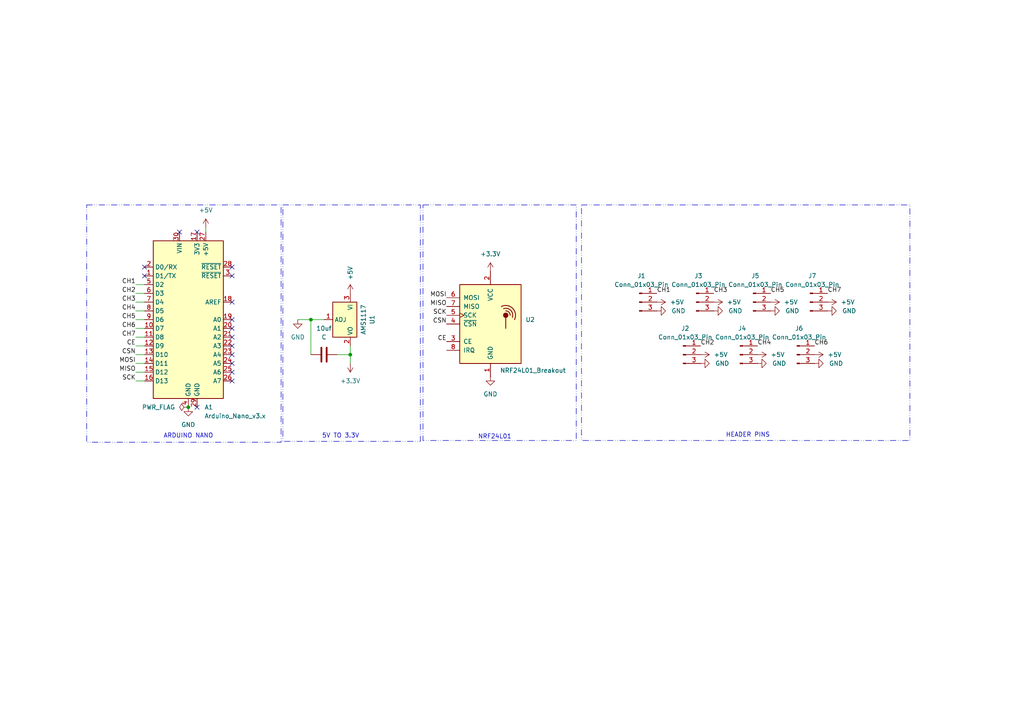
<source format=kicad_sch>
(kicad_sch
	(version 20250114)
	(generator "eeschema")
	(generator_version "9.0")
	(uuid "a161cb58-33d9-4406-9005-25a7fb01c1e4")
	(paper "A4")
	(lib_symbols
		(symbol "Connector:Conn_01x03_Pin"
			(pin_names
				(offset 1.016)
				(hide yes)
			)
			(exclude_from_sim no)
			(in_bom yes)
			(on_board yes)
			(property "Reference" "J"
				(at 0 5.08 0)
				(effects
					(font
						(size 1.27 1.27)
					)
				)
			)
			(property "Value" "Conn_01x03_Pin"
				(at 0 -5.08 0)
				(effects
					(font
						(size 1.27 1.27)
					)
				)
			)
			(property "Footprint" ""
				(at 0 0 0)
				(effects
					(font
						(size 1.27 1.27)
					)
					(hide yes)
				)
			)
			(property "Datasheet" "~"
				(at 0 0 0)
				(effects
					(font
						(size 1.27 1.27)
					)
					(hide yes)
				)
			)
			(property "Description" "Generic connector, single row, 01x03, script generated"
				(at 0 0 0)
				(effects
					(font
						(size 1.27 1.27)
					)
					(hide yes)
				)
			)
			(property "ki_locked" ""
				(at 0 0 0)
				(effects
					(font
						(size 1.27 1.27)
					)
				)
			)
			(property "ki_keywords" "connector"
				(at 0 0 0)
				(effects
					(font
						(size 1.27 1.27)
					)
					(hide yes)
				)
			)
			(property "ki_fp_filters" "Connector*:*_1x??_*"
				(at 0 0 0)
				(effects
					(font
						(size 1.27 1.27)
					)
					(hide yes)
				)
			)
			(symbol "Conn_01x03_Pin_1_1"
				(rectangle
					(start 0.8636 2.667)
					(end 0 2.413)
					(stroke
						(width 0.1524)
						(type default)
					)
					(fill
						(type outline)
					)
				)
				(rectangle
					(start 0.8636 0.127)
					(end 0 -0.127)
					(stroke
						(width 0.1524)
						(type default)
					)
					(fill
						(type outline)
					)
				)
				(rectangle
					(start 0.8636 -2.413)
					(end 0 -2.667)
					(stroke
						(width 0.1524)
						(type default)
					)
					(fill
						(type outline)
					)
				)
				(polyline
					(pts
						(xy 1.27 2.54) (xy 0.8636 2.54)
					)
					(stroke
						(width 0.1524)
						(type default)
					)
					(fill
						(type none)
					)
				)
				(polyline
					(pts
						(xy 1.27 0) (xy 0.8636 0)
					)
					(stroke
						(width 0.1524)
						(type default)
					)
					(fill
						(type none)
					)
				)
				(polyline
					(pts
						(xy 1.27 -2.54) (xy 0.8636 -2.54)
					)
					(stroke
						(width 0.1524)
						(type default)
					)
					(fill
						(type none)
					)
				)
				(pin passive line
					(at 5.08 2.54 180)
					(length 3.81)
					(name "Pin_1"
						(effects
							(font
								(size 1.27 1.27)
							)
						)
					)
					(number "1"
						(effects
							(font
								(size 1.27 1.27)
							)
						)
					)
				)
				(pin passive line
					(at 5.08 0 180)
					(length 3.81)
					(name "Pin_2"
						(effects
							(font
								(size 1.27 1.27)
							)
						)
					)
					(number "2"
						(effects
							(font
								(size 1.27 1.27)
							)
						)
					)
				)
				(pin passive line
					(at 5.08 -2.54 180)
					(length 3.81)
					(name "Pin_3"
						(effects
							(font
								(size 1.27 1.27)
							)
						)
					)
					(number "3"
						(effects
							(font
								(size 1.27 1.27)
							)
						)
					)
				)
			)
			(embedded_fonts no)
		)
		(symbol "Device:C"
			(pin_numbers
				(hide yes)
			)
			(pin_names
				(offset 0.254)
			)
			(exclude_from_sim no)
			(in_bom yes)
			(on_board yes)
			(property "Reference" "C"
				(at 0.635 2.54 0)
				(effects
					(font
						(size 1.27 1.27)
					)
					(justify left)
				)
			)
			(property "Value" "C"
				(at 0.635 -2.54 0)
				(effects
					(font
						(size 1.27 1.27)
					)
					(justify left)
				)
			)
			(property "Footprint" ""
				(at 0.9652 -3.81 0)
				(effects
					(font
						(size 1.27 1.27)
					)
					(hide yes)
				)
			)
			(property "Datasheet" "~"
				(at 0 0 0)
				(effects
					(font
						(size 1.27 1.27)
					)
					(hide yes)
				)
			)
			(property "Description" "Unpolarized capacitor"
				(at 0 0 0)
				(effects
					(font
						(size 1.27 1.27)
					)
					(hide yes)
				)
			)
			(property "ki_keywords" "cap capacitor"
				(at 0 0 0)
				(effects
					(font
						(size 1.27 1.27)
					)
					(hide yes)
				)
			)
			(property "ki_fp_filters" "C_*"
				(at 0 0 0)
				(effects
					(font
						(size 1.27 1.27)
					)
					(hide yes)
				)
			)
			(symbol "C_0_1"
				(polyline
					(pts
						(xy -2.032 0.762) (xy 2.032 0.762)
					)
					(stroke
						(width 0.508)
						(type default)
					)
					(fill
						(type none)
					)
				)
				(polyline
					(pts
						(xy -2.032 -0.762) (xy 2.032 -0.762)
					)
					(stroke
						(width 0.508)
						(type default)
					)
					(fill
						(type none)
					)
				)
			)
			(symbol "C_1_1"
				(pin passive line
					(at 0 3.81 270)
					(length 2.794)
					(name "~"
						(effects
							(font
								(size 1.27 1.27)
							)
						)
					)
					(number "1"
						(effects
							(font
								(size 1.27 1.27)
							)
						)
					)
				)
				(pin passive line
					(at 0 -3.81 90)
					(length 2.794)
					(name "~"
						(effects
							(font
								(size 1.27 1.27)
							)
						)
					)
					(number "2"
						(effects
							(font
								(size 1.27 1.27)
							)
						)
					)
				)
			)
			(embedded_fonts no)
		)
		(symbol "MCU_Module:Arduino_Nano_v3.x"
			(exclude_from_sim no)
			(in_bom yes)
			(on_board yes)
			(property "Reference" "A"
				(at -10.16 23.495 0)
				(effects
					(font
						(size 1.27 1.27)
					)
					(justify left bottom)
				)
			)
			(property "Value" "Arduino_Nano_v3.x"
				(at 5.08 -24.13 0)
				(effects
					(font
						(size 1.27 1.27)
					)
					(justify left top)
				)
			)
			(property "Footprint" "Module:Arduino_Nano"
				(at 0 0 0)
				(effects
					(font
						(size 1.27 1.27)
						(italic yes)
					)
					(hide yes)
				)
			)
			(property "Datasheet" "http://www.mouser.com/pdfdocs/Gravitech_Arduino_Nano3_0.pdf"
				(at 0 0 0)
				(effects
					(font
						(size 1.27 1.27)
					)
					(hide yes)
				)
			)
			(property "Description" "Arduino Nano v3.x"
				(at 0 0 0)
				(effects
					(font
						(size 1.27 1.27)
					)
					(hide yes)
				)
			)
			(property "ki_keywords" "Arduino nano microcontroller module USB"
				(at 0 0 0)
				(effects
					(font
						(size 1.27 1.27)
					)
					(hide yes)
				)
			)
			(property "ki_fp_filters" "Arduino*Nano*"
				(at 0 0 0)
				(effects
					(font
						(size 1.27 1.27)
					)
					(hide yes)
				)
			)
			(symbol "Arduino_Nano_v3.x_0_1"
				(rectangle
					(start -10.16 22.86)
					(end 10.16 -22.86)
					(stroke
						(width 0.254)
						(type default)
					)
					(fill
						(type background)
					)
				)
			)
			(symbol "Arduino_Nano_v3.x_1_1"
				(pin bidirectional line
					(at -12.7 15.24 0)
					(length 2.54)
					(name "D0/RX"
						(effects
							(font
								(size 1.27 1.27)
							)
						)
					)
					(number "2"
						(effects
							(font
								(size 1.27 1.27)
							)
						)
					)
				)
				(pin bidirectional line
					(at -12.7 12.7 0)
					(length 2.54)
					(name "D1/TX"
						(effects
							(font
								(size 1.27 1.27)
							)
						)
					)
					(number "1"
						(effects
							(font
								(size 1.27 1.27)
							)
						)
					)
				)
				(pin bidirectional line
					(at -12.7 10.16 0)
					(length 2.54)
					(name "D2"
						(effects
							(font
								(size 1.27 1.27)
							)
						)
					)
					(number "5"
						(effects
							(font
								(size 1.27 1.27)
							)
						)
					)
				)
				(pin bidirectional line
					(at -12.7 7.62 0)
					(length 2.54)
					(name "D3"
						(effects
							(font
								(size 1.27 1.27)
							)
						)
					)
					(number "6"
						(effects
							(font
								(size 1.27 1.27)
							)
						)
					)
				)
				(pin bidirectional line
					(at -12.7 5.08 0)
					(length 2.54)
					(name "D4"
						(effects
							(font
								(size 1.27 1.27)
							)
						)
					)
					(number "7"
						(effects
							(font
								(size 1.27 1.27)
							)
						)
					)
				)
				(pin bidirectional line
					(at -12.7 2.54 0)
					(length 2.54)
					(name "D5"
						(effects
							(font
								(size 1.27 1.27)
							)
						)
					)
					(number "8"
						(effects
							(font
								(size 1.27 1.27)
							)
						)
					)
				)
				(pin bidirectional line
					(at -12.7 0 0)
					(length 2.54)
					(name "D6"
						(effects
							(font
								(size 1.27 1.27)
							)
						)
					)
					(number "9"
						(effects
							(font
								(size 1.27 1.27)
							)
						)
					)
				)
				(pin bidirectional line
					(at -12.7 -2.54 0)
					(length 2.54)
					(name "D7"
						(effects
							(font
								(size 1.27 1.27)
							)
						)
					)
					(number "10"
						(effects
							(font
								(size 1.27 1.27)
							)
						)
					)
				)
				(pin bidirectional line
					(at -12.7 -5.08 0)
					(length 2.54)
					(name "D8"
						(effects
							(font
								(size 1.27 1.27)
							)
						)
					)
					(number "11"
						(effects
							(font
								(size 1.27 1.27)
							)
						)
					)
				)
				(pin bidirectional line
					(at -12.7 -7.62 0)
					(length 2.54)
					(name "D9"
						(effects
							(font
								(size 1.27 1.27)
							)
						)
					)
					(number "12"
						(effects
							(font
								(size 1.27 1.27)
							)
						)
					)
				)
				(pin bidirectional line
					(at -12.7 -10.16 0)
					(length 2.54)
					(name "D10"
						(effects
							(font
								(size 1.27 1.27)
							)
						)
					)
					(number "13"
						(effects
							(font
								(size 1.27 1.27)
							)
						)
					)
				)
				(pin bidirectional line
					(at -12.7 -12.7 0)
					(length 2.54)
					(name "D11"
						(effects
							(font
								(size 1.27 1.27)
							)
						)
					)
					(number "14"
						(effects
							(font
								(size 1.27 1.27)
							)
						)
					)
				)
				(pin bidirectional line
					(at -12.7 -15.24 0)
					(length 2.54)
					(name "D12"
						(effects
							(font
								(size 1.27 1.27)
							)
						)
					)
					(number "15"
						(effects
							(font
								(size 1.27 1.27)
							)
						)
					)
				)
				(pin bidirectional line
					(at -12.7 -17.78 0)
					(length 2.54)
					(name "D13"
						(effects
							(font
								(size 1.27 1.27)
							)
						)
					)
					(number "16"
						(effects
							(font
								(size 1.27 1.27)
							)
						)
					)
				)
				(pin power_in line
					(at -2.54 25.4 270)
					(length 2.54)
					(name "VIN"
						(effects
							(font
								(size 1.27 1.27)
							)
						)
					)
					(number "30"
						(effects
							(font
								(size 1.27 1.27)
							)
						)
					)
				)
				(pin power_in line
					(at 0 -25.4 90)
					(length 2.54)
					(name "GND"
						(effects
							(font
								(size 1.27 1.27)
							)
						)
					)
					(number "4"
						(effects
							(font
								(size 1.27 1.27)
							)
						)
					)
				)
				(pin power_out line
					(at 2.54 25.4 270)
					(length 2.54)
					(name "3V3"
						(effects
							(font
								(size 1.27 1.27)
							)
						)
					)
					(number "17"
						(effects
							(font
								(size 1.27 1.27)
							)
						)
					)
				)
				(pin power_in line
					(at 2.54 -25.4 90)
					(length 2.54)
					(name "GND"
						(effects
							(font
								(size 1.27 1.27)
							)
						)
					)
					(number "29"
						(effects
							(font
								(size 1.27 1.27)
							)
						)
					)
				)
				(pin power_out line
					(at 5.08 25.4 270)
					(length 2.54)
					(name "+5V"
						(effects
							(font
								(size 1.27 1.27)
							)
						)
					)
					(number "27"
						(effects
							(font
								(size 1.27 1.27)
							)
						)
					)
				)
				(pin input line
					(at 12.7 15.24 180)
					(length 2.54)
					(name "~{RESET}"
						(effects
							(font
								(size 1.27 1.27)
							)
						)
					)
					(number "28"
						(effects
							(font
								(size 1.27 1.27)
							)
						)
					)
				)
				(pin input line
					(at 12.7 12.7 180)
					(length 2.54)
					(name "~{RESET}"
						(effects
							(font
								(size 1.27 1.27)
							)
						)
					)
					(number "3"
						(effects
							(font
								(size 1.27 1.27)
							)
						)
					)
				)
				(pin input line
					(at 12.7 5.08 180)
					(length 2.54)
					(name "AREF"
						(effects
							(font
								(size 1.27 1.27)
							)
						)
					)
					(number "18"
						(effects
							(font
								(size 1.27 1.27)
							)
						)
					)
				)
				(pin bidirectional line
					(at 12.7 0 180)
					(length 2.54)
					(name "A0"
						(effects
							(font
								(size 1.27 1.27)
							)
						)
					)
					(number "19"
						(effects
							(font
								(size 1.27 1.27)
							)
						)
					)
				)
				(pin bidirectional line
					(at 12.7 -2.54 180)
					(length 2.54)
					(name "A1"
						(effects
							(font
								(size 1.27 1.27)
							)
						)
					)
					(number "20"
						(effects
							(font
								(size 1.27 1.27)
							)
						)
					)
				)
				(pin bidirectional line
					(at 12.7 -5.08 180)
					(length 2.54)
					(name "A2"
						(effects
							(font
								(size 1.27 1.27)
							)
						)
					)
					(number "21"
						(effects
							(font
								(size 1.27 1.27)
							)
						)
					)
				)
				(pin bidirectional line
					(at 12.7 -7.62 180)
					(length 2.54)
					(name "A3"
						(effects
							(font
								(size 1.27 1.27)
							)
						)
					)
					(number "22"
						(effects
							(font
								(size 1.27 1.27)
							)
						)
					)
				)
				(pin bidirectional line
					(at 12.7 -10.16 180)
					(length 2.54)
					(name "A4"
						(effects
							(font
								(size 1.27 1.27)
							)
						)
					)
					(number "23"
						(effects
							(font
								(size 1.27 1.27)
							)
						)
					)
				)
				(pin bidirectional line
					(at 12.7 -12.7 180)
					(length 2.54)
					(name "A5"
						(effects
							(font
								(size 1.27 1.27)
							)
						)
					)
					(number "24"
						(effects
							(font
								(size 1.27 1.27)
							)
						)
					)
				)
				(pin bidirectional line
					(at 12.7 -15.24 180)
					(length 2.54)
					(name "A6"
						(effects
							(font
								(size 1.27 1.27)
							)
						)
					)
					(number "25"
						(effects
							(font
								(size 1.27 1.27)
							)
						)
					)
				)
				(pin bidirectional line
					(at 12.7 -17.78 180)
					(length 2.54)
					(name "A7"
						(effects
							(font
								(size 1.27 1.27)
							)
						)
					)
					(number "26"
						(effects
							(font
								(size 1.27 1.27)
							)
						)
					)
				)
			)
			(embedded_fonts no)
		)
		(symbol "RF:NRF24L01_Breakout"
			(pin_names
				(offset 1.016)
			)
			(exclude_from_sim no)
			(in_bom yes)
			(on_board yes)
			(property "Reference" "U"
				(at -8.89 12.7 0)
				(effects
					(font
						(size 1.27 1.27)
					)
					(justify left)
				)
			)
			(property "Value" "NRF24L01_Breakout"
				(at 3.81 12.7 0)
				(effects
					(font
						(size 1.27 1.27)
					)
					(justify left)
				)
			)
			(property "Footprint" "RF_Module:nRF24L01_Breakout"
				(at 3.81 15.24 0)
				(effects
					(font
						(size 1.27 1.27)
						(italic yes)
					)
					(justify left)
					(hide yes)
				)
			)
			(property "Datasheet" "http://www.nordicsemi.com/eng/content/download/2730/34105/file/nRF24L01_Product_Specification_v2_0.pdf"
				(at 0 -2.54 0)
				(effects
					(font
						(size 1.27 1.27)
					)
					(hide yes)
				)
			)
			(property "Description" "Ultra low power 2.4GHz RF Transceiver, Carrier PCB"
				(at 0 0 0)
				(effects
					(font
						(size 1.27 1.27)
					)
					(hide yes)
				)
			)
			(property "ki_keywords" "Low Power RF Transceiver breakout carrier"
				(at 0 0 0)
				(effects
					(font
						(size 1.27 1.27)
					)
					(hide yes)
				)
			)
			(property "ki_fp_filters" "nRF24L01*Breakout*"
				(at 0 0 0)
				(effects
					(font
						(size 1.27 1.27)
					)
					(hide yes)
				)
			)
			(symbol "NRF24L01_Breakout_0_1"
				(rectangle
					(start -8.89 11.43)
					(end 8.89 -11.43)
					(stroke
						(width 0.254)
						(type default)
					)
					(fill
						(type background)
					)
				)
				(arc
					(start 3.175 5.08)
					(mid 6.453 4.548)
					(end 6.985 1.27)
					(stroke
						(width 0.254)
						(type default)
					)
					(fill
						(type none)
					)
				)
				(circle
					(center 4.445 2.54)
					(radius 0.635)
					(stroke
						(width 0.254)
						(type default)
					)
					(fill
						(type outline)
					)
				)
				(polyline
					(pts
						(xy 4.445 1.905) (xy 4.445 -1.27)
					)
					(stroke
						(width 0.254)
						(type default)
					)
					(fill
						(type none)
					)
				)
				(arc
					(start 3.81 4.445)
					(mid 5.8835 3.9785)
					(end 6.35 1.905)
					(stroke
						(width 0.254)
						(type default)
					)
					(fill
						(type none)
					)
				)
				(arc
					(start 4.445 3.81)
					(mid 5.3558 3.4508)
					(end 5.715 2.54)
					(stroke
						(width 0.254)
						(type default)
					)
					(fill
						(type none)
					)
				)
			)
			(symbol "NRF24L01_Breakout_1_1"
				(pin input line
					(at -12.7 7.62 0)
					(length 3.81)
					(name "MOSI"
						(effects
							(font
								(size 1.27 1.27)
							)
						)
					)
					(number "6"
						(effects
							(font
								(size 1.27 1.27)
							)
						)
					)
				)
				(pin output line
					(at -12.7 5.08 0)
					(length 3.81)
					(name "MISO"
						(effects
							(font
								(size 1.27 1.27)
							)
						)
					)
					(number "7"
						(effects
							(font
								(size 1.27 1.27)
							)
						)
					)
				)
				(pin input clock
					(at -12.7 2.54 0)
					(length 3.81)
					(name "SCK"
						(effects
							(font
								(size 1.27 1.27)
							)
						)
					)
					(number "5"
						(effects
							(font
								(size 1.27 1.27)
							)
						)
					)
				)
				(pin input line
					(at -12.7 0 0)
					(length 3.81)
					(name "~{CSN}"
						(effects
							(font
								(size 1.27 1.27)
							)
						)
					)
					(number "4"
						(effects
							(font
								(size 1.27 1.27)
							)
						)
					)
				)
				(pin input line
					(at -12.7 -5.08 0)
					(length 3.81)
					(name "CE"
						(effects
							(font
								(size 1.27 1.27)
							)
						)
					)
					(number "3"
						(effects
							(font
								(size 1.27 1.27)
							)
						)
					)
				)
				(pin output line
					(at -12.7 -7.62 0)
					(length 3.81)
					(name "IRQ"
						(effects
							(font
								(size 1.27 1.27)
							)
						)
					)
					(number "8"
						(effects
							(font
								(size 1.27 1.27)
							)
						)
					)
				)
				(pin power_in line
					(at 0 15.24 270)
					(length 3.81)
					(name "VCC"
						(effects
							(font
								(size 1.27 1.27)
							)
						)
					)
					(number "2"
						(effects
							(font
								(size 1.27 1.27)
							)
						)
					)
				)
				(pin power_in line
					(at 0 -15.24 90)
					(length 3.81)
					(name "GND"
						(effects
							(font
								(size 1.27 1.27)
							)
						)
					)
					(number "1"
						(effects
							(font
								(size 1.27 1.27)
							)
						)
					)
				)
			)
			(embedded_fonts no)
		)
		(symbol "Regulator_Linear:AMS1117"
			(exclude_from_sim no)
			(in_bom yes)
			(on_board yes)
			(property "Reference" "U"
				(at -3.81 3.175 0)
				(effects
					(font
						(size 1.27 1.27)
					)
				)
			)
			(property "Value" "AMS1117"
				(at 0 3.175 0)
				(effects
					(font
						(size 1.27 1.27)
					)
					(justify left)
				)
			)
			(property "Footprint" "Package_TO_SOT_SMD:SOT-223-3_TabPin2"
				(at 0 5.08 0)
				(effects
					(font
						(size 1.27 1.27)
					)
					(hide yes)
				)
			)
			(property "Datasheet" "http://www.advanced-monolithic.com/pdf/ds1117.pdf"
				(at 2.54 -6.35 0)
				(effects
					(font
						(size 1.27 1.27)
					)
					(hide yes)
				)
			)
			(property "Description" "1A Low Dropout regulator, positive, adjustable output, SOT-223"
				(at 0 0 0)
				(effects
					(font
						(size 1.27 1.27)
					)
					(hide yes)
				)
			)
			(property "ki_keywords" "linear regulator ldo adjustable positive"
				(at 0 0 0)
				(effects
					(font
						(size 1.27 1.27)
					)
					(hide yes)
				)
			)
			(property "ki_fp_filters" "SOT?223*TabPin2*"
				(at 0 0 0)
				(effects
					(font
						(size 1.27 1.27)
					)
					(hide yes)
				)
			)
			(symbol "AMS1117_0_1"
				(rectangle
					(start -5.08 -5.08)
					(end 5.08 1.905)
					(stroke
						(width 0.254)
						(type default)
					)
					(fill
						(type background)
					)
				)
			)
			(symbol "AMS1117_1_1"
				(pin power_in line
					(at -7.62 0 0)
					(length 2.54)
					(name "VI"
						(effects
							(font
								(size 1.27 1.27)
							)
						)
					)
					(number "3"
						(effects
							(font
								(size 1.27 1.27)
							)
						)
					)
				)
				(pin input line
					(at 0 -7.62 90)
					(length 2.54)
					(name "ADJ"
						(effects
							(font
								(size 1.27 1.27)
							)
						)
					)
					(number "1"
						(effects
							(font
								(size 1.27 1.27)
							)
						)
					)
				)
				(pin power_out line
					(at 7.62 0 180)
					(length 2.54)
					(name "VO"
						(effects
							(font
								(size 1.27 1.27)
							)
						)
					)
					(number "2"
						(effects
							(font
								(size 1.27 1.27)
							)
						)
					)
				)
			)
			(embedded_fonts no)
		)
		(symbol "power:+3.3V"
			(power)
			(pin_numbers
				(hide yes)
			)
			(pin_names
				(offset 0)
				(hide yes)
			)
			(exclude_from_sim no)
			(in_bom yes)
			(on_board yes)
			(property "Reference" "#PWR"
				(at 0 -3.81 0)
				(effects
					(font
						(size 1.27 1.27)
					)
					(hide yes)
				)
			)
			(property "Value" "+3.3V"
				(at 0 3.556 0)
				(effects
					(font
						(size 1.27 1.27)
					)
				)
			)
			(property "Footprint" ""
				(at 0 0 0)
				(effects
					(font
						(size 1.27 1.27)
					)
					(hide yes)
				)
			)
			(property "Datasheet" ""
				(at 0 0 0)
				(effects
					(font
						(size 1.27 1.27)
					)
					(hide yes)
				)
			)
			(property "Description" "Power symbol creates a global label with name \"+3.3V\""
				(at 0 0 0)
				(effects
					(font
						(size 1.27 1.27)
					)
					(hide yes)
				)
			)
			(property "ki_keywords" "global power"
				(at 0 0 0)
				(effects
					(font
						(size 1.27 1.27)
					)
					(hide yes)
				)
			)
			(symbol "+3.3V_0_1"
				(polyline
					(pts
						(xy -0.762 1.27) (xy 0 2.54)
					)
					(stroke
						(width 0)
						(type default)
					)
					(fill
						(type none)
					)
				)
				(polyline
					(pts
						(xy 0 2.54) (xy 0.762 1.27)
					)
					(stroke
						(width 0)
						(type default)
					)
					(fill
						(type none)
					)
				)
				(polyline
					(pts
						(xy 0 0) (xy 0 2.54)
					)
					(stroke
						(width 0)
						(type default)
					)
					(fill
						(type none)
					)
				)
			)
			(symbol "+3.3V_1_1"
				(pin power_in line
					(at 0 0 90)
					(length 0)
					(name "~"
						(effects
							(font
								(size 1.27 1.27)
							)
						)
					)
					(number "1"
						(effects
							(font
								(size 1.27 1.27)
							)
						)
					)
				)
			)
			(embedded_fonts no)
		)
		(symbol "power:+5V"
			(power)
			(pin_numbers
				(hide yes)
			)
			(pin_names
				(offset 0)
				(hide yes)
			)
			(exclude_from_sim no)
			(in_bom yes)
			(on_board yes)
			(property "Reference" "#PWR"
				(at 0 -3.81 0)
				(effects
					(font
						(size 1.27 1.27)
					)
					(hide yes)
				)
			)
			(property "Value" "+5V"
				(at 0 3.556 0)
				(effects
					(font
						(size 1.27 1.27)
					)
				)
			)
			(property "Footprint" ""
				(at 0 0 0)
				(effects
					(font
						(size 1.27 1.27)
					)
					(hide yes)
				)
			)
			(property "Datasheet" ""
				(at 0 0 0)
				(effects
					(font
						(size 1.27 1.27)
					)
					(hide yes)
				)
			)
			(property "Description" "Power symbol creates a global label with name \"+5V\""
				(at 0 0 0)
				(effects
					(font
						(size 1.27 1.27)
					)
					(hide yes)
				)
			)
			(property "ki_keywords" "global power"
				(at 0 0 0)
				(effects
					(font
						(size 1.27 1.27)
					)
					(hide yes)
				)
			)
			(symbol "+5V_0_1"
				(polyline
					(pts
						(xy -0.762 1.27) (xy 0 2.54)
					)
					(stroke
						(width 0)
						(type default)
					)
					(fill
						(type none)
					)
				)
				(polyline
					(pts
						(xy 0 2.54) (xy 0.762 1.27)
					)
					(stroke
						(width 0)
						(type default)
					)
					(fill
						(type none)
					)
				)
				(polyline
					(pts
						(xy 0 0) (xy 0 2.54)
					)
					(stroke
						(width 0)
						(type default)
					)
					(fill
						(type none)
					)
				)
			)
			(symbol "+5V_1_1"
				(pin power_in line
					(at 0 0 90)
					(length 0)
					(name "~"
						(effects
							(font
								(size 1.27 1.27)
							)
						)
					)
					(number "1"
						(effects
							(font
								(size 1.27 1.27)
							)
						)
					)
				)
			)
			(embedded_fonts no)
		)
		(symbol "power:GND"
			(power)
			(pin_numbers
				(hide yes)
			)
			(pin_names
				(offset 0)
				(hide yes)
			)
			(exclude_from_sim no)
			(in_bom yes)
			(on_board yes)
			(property "Reference" "#PWR"
				(at 0 -6.35 0)
				(effects
					(font
						(size 1.27 1.27)
					)
					(hide yes)
				)
			)
			(property "Value" "GND"
				(at 0 -3.81 0)
				(effects
					(font
						(size 1.27 1.27)
					)
				)
			)
			(property "Footprint" ""
				(at 0 0 0)
				(effects
					(font
						(size 1.27 1.27)
					)
					(hide yes)
				)
			)
			(property "Datasheet" ""
				(at 0 0 0)
				(effects
					(font
						(size 1.27 1.27)
					)
					(hide yes)
				)
			)
			(property "Description" "Power symbol creates a global label with name \"GND\" , ground"
				(at 0 0 0)
				(effects
					(font
						(size 1.27 1.27)
					)
					(hide yes)
				)
			)
			(property "ki_keywords" "global power"
				(at 0 0 0)
				(effects
					(font
						(size 1.27 1.27)
					)
					(hide yes)
				)
			)
			(symbol "GND_0_1"
				(polyline
					(pts
						(xy 0 0) (xy 0 -1.27) (xy 1.27 -1.27) (xy 0 -2.54) (xy -1.27 -1.27) (xy 0 -1.27)
					)
					(stroke
						(width 0)
						(type default)
					)
					(fill
						(type none)
					)
				)
			)
			(symbol "GND_1_1"
				(pin power_in line
					(at 0 0 270)
					(length 0)
					(name "~"
						(effects
							(font
								(size 1.27 1.27)
							)
						)
					)
					(number "1"
						(effects
							(font
								(size 1.27 1.27)
							)
						)
					)
				)
			)
			(embedded_fonts no)
		)
		(symbol "power:PWR_FLAG"
			(power)
			(pin_numbers
				(hide yes)
			)
			(pin_names
				(offset 0)
				(hide yes)
			)
			(exclude_from_sim no)
			(in_bom yes)
			(on_board yes)
			(property "Reference" "#FLG"
				(at 0 1.905 0)
				(effects
					(font
						(size 1.27 1.27)
					)
					(hide yes)
				)
			)
			(property "Value" "PWR_FLAG"
				(at 0 3.81 0)
				(effects
					(font
						(size 1.27 1.27)
					)
				)
			)
			(property "Footprint" ""
				(at 0 0 0)
				(effects
					(font
						(size 1.27 1.27)
					)
					(hide yes)
				)
			)
			(property "Datasheet" "~"
				(at 0 0 0)
				(effects
					(font
						(size 1.27 1.27)
					)
					(hide yes)
				)
			)
			(property "Description" "Special symbol for telling ERC where power comes from"
				(at 0 0 0)
				(effects
					(font
						(size 1.27 1.27)
					)
					(hide yes)
				)
			)
			(property "ki_keywords" "flag power"
				(at 0 0 0)
				(effects
					(font
						(size 1.27 1.27)
					)
					(hide yes)
				)
			)
			(symbol "PWR_FLAG_0_0"
				(pin power_out line
					(at 0 0 90)
					(length 0)
					(name "~"
						(effects
							(font
								(size 1.27 1.27)
							)
						)
					)
					(number "1"
						(effects
							(font
								(size 1.27 1.27)
							)
						)
					)
				)
			)
			(symbol "PWR_FLAG_0_1"
				(polyline
					(pts
						(xy 0 0) (xy 0 1.27) (xy -1.016 1.905) (xy 0 2.54) (xy 1.016 1.905) (xy 0 1.27)
					)
					(stroke
						(width 0)
						(type default)
					)
					(fill
						(type none)
					)
				)
			)
			(embedded_fonts no)
		)
	)
	(rectangle
		(start 25.146 59.436)
		(end 81.534 128.27)
		(stroke
			(width 0)
			(type dash_dot_dot)
		)
		(fill
			(type none)
		)
		(uuid 033809a7-2655-41a3-a1d1-698dc35a8a3c)
	)
	(rectangle
		(start 168.656 59.436)
		(end 263.906 127.762)
		(stroke
			(width 0)
			(type dash_dot_dot)
		)
		(fill
			(type none)
		)
		(uuid 06409c8c-4085-4ec5-b951-59644eff58e4)
	)
	(rectangle
		(start 82.042 59.436)
		(end 121.92 128.016)
		(stroke
			(width 0)
			(type dash_dot_dot)
		)
		(fill
			(type none)
		)
		(uuid 662a35de-8dc5-4485-b5ff-8cf328753e3e)
	)
	(rectangle
		(start 122.682 59.436)
		(end 167.132 127.762)
		(stroke
			(width 0)
			(type dash_dot_dot)
		)
		(fill
			(type none)
		)
		(uuid a7a3ed80-cd4d-4331-b63a-169fdb562a4c)
	)
	(text "HEADER PINS"
		(exclude_from_sim no)
		(at 216.916 126.238 0)
		(effects
			(font
				(size 1.27 1.27)
			)
		)
		(uuid "6b9e4667-bb36-483d-829a-da4bef0a050c")
	)
	(text "NRF24L01"
		(exclude_from_sim no)
		(at 143.51 126.746 0)
		(effects
			(font
				(size 1.27 1.27)
			)
		)
		(uuid "bb6a753a-e257-4430-9baa-5b6e6b4336ff")
	)
	(text "5V TO 3.3V"
		(exclude_from_sim no)
		(at 98.806 126.492 0)
		(effects
			(font
				(size 1.27 1.27)
			)
		)
		(uuid "d6625576-2951-4f87-bbdd-1a16d99b3149")
	)
	(text "ARDUINO NANO "
		(exclude_from_sim no)
		(at 55.118 126.492 0)
		(effects
			(font
				(size 1.27 1.27)
			)
		)
		(uuid "deda257d-2470-4642-9ca0-e3697d2bfc3f")
	)
	(junction
		(at 101.6 102.87)
		(diameter 0)
		(color 0 0 0 0)
		(uuid "3c6dd35f-be64-4715-b92d-dc016e9068f4")
	)
	(junction
		(at 90.17 92.71)
		(diameter 0)
		(color 0 0 0 0)
		(uuid "c684a55c-7da5-461e-bfe9-e2a93d22925a")
	)
	(junction
		(at 54.61 118.11)
		(diameter 0)
		(color 0 0 0 0)
		(uuid "fc46654c-505d-49e0-832a-c7131f0f2a06")
	)
	(no_connect
		(at 41.91 77.47)
		(uuid "1c26ca50-30d5-46a9-aa22-ff3149c2cf5d")
	)
	(no_connect
		(at 67.31 107.95)
		(uuid "26a999fe-1662-4725-9680-d74d8fd41463")
	)
	(no_connect
		(at 67.31 110.49)
		(uuid "33a87ac2-cc41-447a-9a3e-5ef38d816070")
	)
	(no_connect
		(at 67.31 102.87)
		(uuid "393bce70-cd76-4969-a846-baf37349d605")
	)
	(no_connect
		(at 67.31 87.63)
		(uuid "3b378c47-a533-4c71-8851-74ddd8462163")
	)
	(no_connect
		(at 67.31 80.01)
		(uuid "6b1be534-19b8-4f44-8ce3-bd58459a27fb")
	)
	(no_connect
		(at 57.15 118.11)
		(uuid "6db03a63-039c-432c-bca5-b12d86b2b78a")
	)
	(no_connect
		(at 41.91 80.01)
		(uuid "70be6cb8-80ee-406c-97c7-9cbed1bd84f8")
	)
	(no_connect
		(at 67.31 95.25)
		(uuid "83376ad2-2a10-44a4-a136-08ccdd288ecc")
	)
	(no_connect
		(at 52.07 67.31)
		(uuid "8358e052-8b3d-4ee1-9d7b-207d998d9f99")
	)
	(no_connect
		(at 57.15 67.31)
		(uuid "8936d187-1002-4b14-967b-931d161d725d")
	)
	(no_connect
		(at 67.31 105.41)
		(uuid "8c0aebd6-4eda-4da0-a36e-ebd6d3cb76bb")
	)
	(no_connect
		(at 67.31 92.71)
		(uuid "aa2d61ea-3975-4020-8748-d342652ce10f")
	)
	(no_connect
		(at 67.31 97.79)
		(uuid "d50afbfd-2e99-40b7-97cd-a363cff3482b")
	)
	(no_connect
		(at 67.31 100.33)
		(uuid "e33ff850-830f-4470-8e37-378c2278319c")
	)
	(no_connect
		(at 67.31 77.47)
		(uuid "ff22ea85-f822-4c9c-9479-b071736f8051")
	)
	(wire
		(pts
			(xy 39.37 85.09) (xy 41.91 85.09)
		)
		(stroke
			(width 0)
			(type default)
		)
		(uuid "22f6abe9-bf97-43a2-a3e6-c1fcad44db34")
	)
	(wire
		(pts
			(xy 86.36 92.71) (xy 90.17 92.71)
		)
		(stroke
			(width 0)
			(type default)
		)
		(uuid "30995448-2681-4562-8dc6-c58a4f8e280f")
	)
	(wire
		(pts
			(xy 39.37 92.71) (xy 41.91 92.71)
		)
		(stroke
			(width 0)
			(type default)
		)
		(uuid "3523a12c-bd0f-4239-ab9c-70f509a55c1a")
	)
	(wire
		(pts
			(xy 39.37 95.25) (xy 41.91 95.25)
		)
		(stroke
			(width 0)
			(type default)
		)
		(uuid "65278e87-2c58-4a63-b800-d4648540e67e")
	)
	(wire
		(pts
			(xy 39.37 105.41) (xy 41.91 105.41)
		)
		(stroke
			(width 0)
			(type default)
		)
		(uuid "7dfec351-443f-4d20-847b-a828fa941e8a")
	)
	(wire
		(pts
			(xy 90.17 92.71) (xy 90.17 102.87)
		)
		(stroke
			(width 0)
			(type default)
		)
		(uuid "7e467fe1-31e1-4f4f-a430-dd38c4703684")
	)
	(wire
		(pts
			(xy 59.69 66.04) (xy 59.69 67.31)
		)
		(stroke
			(width 0)
			(type default)
		)
		(uuid "7ea7e6f8-752a-42a8-9406-b75835529e9f")
	)
	(wire
		(pts
			(xy 39.37 110.49) (xy 41.91 110.49)
		)
		(stroke
			(width 0)
			(type default)
		)
		(uuid "828362d4-f173-4ba2-8019-9f29d81e9646")
	)
	(wire
		(pts
			(xy 39.37 97.79) (xy 41.91 97.79)
		)
		(stroke
			(width 0)
			(type default)
		)
		(uuid "92dfcf31-7ac9-4bec-92ff-997c02240ada")
	)
	(wire
		(pts
			(xy 97.79 102.87) (xy 101.6 102.87)
		)
		(stroke
			(width 0)
			(type default)
		)
		(uuid "b3635943-fdf6-4360-b6c2-7a6b643204da")
	)
	(wire
		(pts
			(xy 39.37 90.17) (xy 41.91 90.17)
		)
		(stroke
			(width 0)
			(type default)
		)
		(uuid "d3811a07-66a1-493e-a647-c8d7c1c13f1d")
	)
	(wire
		(pts
			(xy 39.37 102.87) (xy 41.91 102.87)
		)
		(stroke
			(width 0)
			(type default)
		)
		(uuid "e5671938-2f57-4e50-912d-6e3ae7903cca")
	)
	(wire
		(pts
			(xy 39.37 82.55) (xy 41.91 82.55)
		)
		(stroke
			(width 0)
			(type default)
		)
		(uuid "eaa09ee6-01b3-4a3c-8aa8-9e4bc8e0504a")
	)
	(wire
		(pts
			(xy 39.37 100.33) (xy 41.91 100.33)
		)
		(stroke
			(width 0)
			(type default)
		)
		(uuid "eadb51e5-5e75-4f84-a407-d86beb17089f")
	)
	(wire
		(pts
			(xy 101.6 102.87) (xy 101.6 105.41)
		)
		(stroke
			(width 0)
			(type default)
		)
		(uuid "f2d89bc5-3013-4917-9f03-139302c24999")
	)
	(wire
		(pts
			(xy 90.17 92.71) (xy 93.98 92.71)
		)
		(stroke
			(width 0)
			(type default)
		)
		(uuid "f571bf6a-a889-4d75-9dd9-ec02c5d4955c")
	)
	(wire
		(pts
			(xy 39.37 107.95) (xy 41.91 107.95)
		)
		(stroke
			(width 0)
			(type default)
		)
		(uuid "f6378dd8-7681-46ef-931e-a8cfe000271d")
	)
	(wire
		(pts
			(xy 101.6 100.33) (xy 101.6 102.87)
		)
		(stroke
			(width 0)
			(type default)
		)
		(uuid "f6e52a01-d815-4d2e-a551-ac276cb12845")
	)
	(wire
		(pts
			(xy 39.37 87.63) (xy 41.91 87.63)
		)
		(stroke
			(width 0)
			(type default)
		)
		(uuid "fe072f46-7869-42b8-83d8-70b1fce3bb49")
	)
	(label "CE"
		(at 129.54 99.06 180)
		(effects
			(font
				(size 1.27 1.27)
			)
			(justify right bottom)
		)
		(uuid "0cf0c0b9-3f0a-4dea-882f-0d9fb9e44a30")
	)
	(label "CH3"
		(at 207.01 85.09 0)
		(effects
			(font
				(size 1.27 1.27)
			)
			(justify left bottom)
		)
		(uuid "16db6281-abe7-4e7e-9c12-0e73626b45cf")
	)
	(label "CH7"
		(at 240.03 85.09 0)
		(effects
			(font
				(size 1.27 1.27)
			)
			(justify left bottom)
		)
		(uuid "243d6759-21fc-44a7-9bea-d71dadca35e1")
	)
	(label "CH6"
		(at 39.37 95.25 180)
		(effects
			(font
				(size 1.27 1.27)
			)
			(justify right bottom)
		)
		(uuid "26df381f-d530-450b-bc93-98ac7afcd965")
	)
	(label "CH4"
		(at 219.71 100.33 0)
		(effects
			(font
				(size 1.27 1.27)
			)
			(justify left bottom)
		)
		(uuid "2b075a36-0a4c-42fb-a1ee-237ff39f520e")
	)
	(label "CH4"
		(at 39.37 90.17 180)
		(effects
			(font
				(size 1.27 1.27)
			)
			(justify right bottom)
		)
		(uuid "30961c12-93c7-4240-a072-75e63c1f9074")
	)
	(label "CSN"
		(at 129.54 93.98 180)
		(effects
			(font
				(size 1.27 1.27)
			)
			(justify right bottom)
		)
		(uuid "310ab7b6-3540-4724-8d4f-46dff91ef632")
	)
	(label "MOSI"
		(at 39.37 105.41 180)
		(effects
			(font
				(size 1.27 1.27)
			)
			(justify right bottom)
		)
		(uuid "473ef517-bded-44b1-9c6b-cb01ae311854")
	)
	(label "CH3"
		(at 39.37 87.63 180)
		(effects
			(font
				(size 1.27 1.27)
			)
			(justify right bottom)
		)
		(uuid "621c9663-a101-4d2a-bd02-9e701c4f3868")
	)
	(label "MISO"
		(at 39.37 107.95 180)
		(effects
			(font
				(size 1.27 1.27)
			)
			(justify right bottom)
		)
		(uuid "71a1effc-5c29-4390-be61-e8a74f31bedf")
	)
	(label "CH6"
		(at 236.22 100.33 0)
		(effects
			(font
				(size 1.27 1.27)
			)
			(justify left bottom)
		)
		(uuid "8009df9c-36a1-4c4e-9035-41649192e54d")
	)
	(label "CE"
		(at 39.37 100.33 180)
		(effects
			(font
				(size 1.27 1.27)
			)
			(justify right bottom)
		)
		(uuid "8a0deebd-ada7-4ce1-9019-c1be6796d32d")
	)
	(label "SCK"
		(at 39.37 110.49 180)
		(effects
			(font
				(size 1.27 1.27)
			)
			(justify right bottom)
		)
		(uuid "96252bb7-60d5-465b-82cb-816c01fb3829")
	)
	(label "MISO"
		(at 129.54 88.9 180)
		(effects
			(font
				(size 1.27 1.27)
			)
			(justify right bottom)
		)
		(uuid "a09010ba-368c-4a73-b3c2-12951fbe6ca5")
	)
	(label "CH2"
		(at 39.37 85.09 180)
		(effects
			(font
				(size 1.27 1.27)
			)
			(justify right bottom)
		)
		(uuid "a32b3109-93ce-482b-9def-9faf41bc2f3d")
	)
	(label "CH7"
		(at 39.37 97.79 180)
		(effects
			(font
				(size 1.27 1.27)
			)
			(justify right bottom)
		)
		(uuid "b996fbd8-9886-46d7-a3df-9377cb8bbff0")
	)
	(label "CSN"
		(at 39.37 102.87 180)
		(effects
			(font
				(size 1.27 1.27)
			)
			(justify right bottom)
		)
		(uuid "b9c97e9c-186c-405a-8c14-655d31b96944")
	)
	(label "CH5"
		(at 39.37 92.71 180)
		(effects
			(font
				(size 1.27 1.27)
			)
			(justify right bottom)
		)
		(uuid "c4778c5a-8ca8-4649-afe7-7d4043065cd2")
	)
	(label "SCK"
		(at 129.54 91.44 180)
		(effects
			(font
				(size 1.27 1.27)
			)
			(justify right bottom)
		)
		(uuid "dd0a0424-de6b-4e09-a948-e7c6fa054e63")
	)
	(label "CH1"
		(at 39.37 82.55 180)
		(effects
			(font
				(size 1.27 1.27)
			)
			(justify right bottom)
		)
		(uuid "dd94340e-0137-456c-8cf5-591e1e671459")
	)
	(label "CH2"
		(at 203.2 100.33 0)
		(effects
			(font
				(size 1.27 1.27)
			)
			(justify left bottom)
		)
		(uuid "ebfe3b5d-e419-4600-8ece-1cdc5c85f551")
	)
	(label "MOSI"
		(at 129.54 86.36 180)
		(effects
			(font
				(size 1.27 1.27)
			)
			(justify right bottom)
		)
		(uuid "efff2f1f-7bef-4077-92d2-b8289cd42b5a")
	)
	(label "CH1"
		(at 190.5 85.09 0)
		(effects
			(font
				(size 1.27 1.27)
			)
			(justify left bottom)
		)
		(uuid "f1f8e01e-5a91-45b6-858d-9c29fc0aa4ac")
	)
	(label "CH5"
		(at 223.52 85.09 0)
		(effects
			(font
				(size 1.27 1.27)
			)
			(justify left bottom)
		)
		(uuid "f947b252-41cd-4371-a8be-846d04b4a51f")
	)
	(symbol
		(lib_id "power:GND")
		(at 54.61 118.11 0)
		(unit 1)
		(exclude_from_sim no)
		(in_bom yes)
		(on_board yes)
		(dnp no)
		(fields_autoplaced yes)
		(uuid "18a0c997-fd84-402f-9df3-9a26b5f1370f")
		(property "Reference" "#PWR01"
			(at 54.61 124.46 0)
			(effects
				(font
					(size 1.27 1.27)
				)
				(hide yes)
			)
		)
		(property "Value" "GND"
			(at 54.61 123.19 0)
			(effects
				(font
					(size 1.27 1.27)
				)
			)
		)
		(property "Footprint" ""
			(at 54.61 118.11 0)
			(effects
				(font
					(size 1.27 1.27)
				)
				(hide yes)
			)
		)
		(property "Datasheet" ""
			(at 54.61 118.11 0)
			(effects
				(font
					(size 1.27 1.27)
				)
				(hide yes)
			)
		)
		(property "Description" "Power symbol creates a global label with name \"GND\" , ground"
			(at 54.61 118.11 0)
			(effects
				(font
					(size 1.27 1.27)
				)
				(hide yes)
			)
		)
		(pin "1"
			(uuid "b645e740-7527-4b57-99f7-cb2003a4df04")
		)
		(instances
			(project "RECEIVER"
				(path "/a161cb58-33d9-4406-9005-25a7fb01c1e4"
					(reference "#PWR01")
					(unit 1)
				)
			)
		)
	)
	(symbol
		(lib_id "power:PWR_FLAG")
		(at 54.61 118.11 90)
		(unit 1)
		(exclude_from_sim no)
		(in_bom yes)
		(on_board yes)
		(dnp no)
		(fields_autoplaced yes)
		(uuid "1cfedbd3-784c-4402-ad30-1178aca8e3b8")
		(property "Reference" "#FLG01"
			(at 52.705 118.11 0)
			(effects
				(font
					(size 1.27 1.27)
				)
				(hide yes)
			)
		)
		(property "Value" "PWR_FLAG"
			(at 50.8 118.1099 90)
			(effects
				(font
					(size 1.27 1.27)
				)
				(justify left)
			)
		)
		(property "Footprint" ""
			(at 54.61 118.11 0)
			(effects
				(font
					(size 1.27 1.27)
				)
				(hide yes)
			)
		)
		(property "Datasheet" "~"
			(at 54.61 118.11 0)
			(effects
				(font
					(size 1.27 1.27)
				)
				(hide yes)
			)
		)
		(property "Description" "Special symbol for telling ERC where power comes from"
			(at 54.61 118.11 0)
			(effects
				(font
					(size 1.27 1.27)
				)
				(hide yes)
			)
		)
		(pin "1"
			(uuid "c8950cfa-b546-417a-a2eb-fb3d53fd5214")
		)
		(instances
			(project ""
				(path "/a161cb58-33d9-4406-9005-25a7fb01c1e4"
					(reference "#FLG01")
					(unit 1)
				)
			)
		)
	)
	(symbol
		(lib_id "Connector:Conn_01x03_Pin")
		(at 218.44 87.63 0)
		(unit 1)
		(exclude_from_sim no)
		(in_bom yes)
		(on_board yes)
		(dnp no)
		(fields_autoplaced yes)
		(uuid "1f6d11b6-04a8-4aec-b77c-95b2ccdd06d7")
		(property "Reference" "J5"
			(at 219.075 80.01 0)
			(effects
				(font
					(size 1.27 1.27)
				)
			)
		)
		(property "Value" "Conn_01x03_Pin"
			(at 219.075 82.55 0)
			(effects
				(font
					(size 1.27 1.27)
				)
			)
		)
		(property "Footprint" "Connector_PinHeader_2.54mm:PinHeader_1x03_P2.54mm_Vertical"
			(at 218.44 87.63 0)
			(effects
				(font
					(size 1.27 1.27)
				)
				(hide yes)
			)
		)
		(property "Datasheet" "~"
			(at 218.44 87.63 0)
			(effects
				(font
					(size 1.27 1.27)
				)
				(hide yes)
			)
		)
		(property "Description" "Generic connector, single row, 01x03, script generated"
			(at 218.44 87.63 0)
			(effects
				(font
					(size 1.27 1.27)
				)
				(hide yes)
			)
		)
		(pin "1"
			(uuid "afaa1d30-7470-4ac4-bb0f-4711e07cd283")
		)
		(pin "2"
			(uuid "0a2ebe30-c1c4-4438-a463-9a95fc41b1ba")
		)
		(pin "3"
			(uuid "5dacbed6-ddd4-483d-bd48-6a0deb4bdce8")
		)
		(instances
			(project "RECEIVER"
				(path "/a161cb58-33d9-4406-9005-25a7fb01c1e4"
					(reference "J5")
					(unit 1)
				)
			)
		)
	)
	(symbol
		(lib_id "Regulator_Linear:AMS1117")
		(at 101.6 92.71 270)
		(unit 1)
		(exclude_from_sim no)
		(in_bom yes)
		(on_board yes)
		(dnp no)
		(fields_autoplaced yes)
		(uuid "32cd9156-773e-4fc5-b455-da08accc8b67")
		(property "Reference" "U1"
			(at 107.95 92.71 0)
			(effects
				(font
					(size 1.27 1.27)
				)
			)
		)
		(property "Value" "AMS1117"
			(at 105.41 92.71 0)
			(effects
				(font
					(size 1.27 1.27)
				)
			)
		)
		(property "Footprint" "Package_TO_SOT_SMD:SOT-223-3_TabPin2"
			(at 106.68 92.71 0)
			(effects
				(font
					(size 1.27 1.27)
				)
				(hide yes)
			)
		)
		(property "Datasheet" "http://www.advanced-monolithic.com/pdf/ds1117.pdf"
			(at 95.25 95.25 0)
			(effects
				(font
					(size 1.27 1.27)
				)
				(hide yes)
			)
		)
		(property "Description" "1A Low Dropout regulator, positive, adjustable output, SOT-223"
			(at 101.6 92.71 0)
			(effects
				(font
					(size 1.27 1.27)
				)
				(hide yes)
			)
		)
		(pin "3"
			(uuid "59aae177-d67f-4c36-8473-09cef1f3d121")
		)
		(pin "2"
			(uuid "949cbfee-75ef-4e78-b0bd-147351797ef3")
		)
		(pin "1"
			(uuid "290321f6-4661-4ce2-8cf6-146e49918912")
		)
		(instances
			(project ""
				(path "/a161cb58-33d9-4406-9005-25a7fb01c1e4"
					(reference "U1")
					(unit 1)
				)
			)
		)
	)
	(symbol
		(lib_id "Device:C")
		(at 93.98 102.87 90)
		(unit 1)
		(exclude_from_sim no)
		(in_bom yes)
		(on_board yes)
		(dnp no)
		(fields_autoplaced yes)
		(uuid "3af2440f-c6d1-47fa-9530-4ca9215af39f")
		(property "Reference" "10uf"
			(at 93.98 95.25 90)
			(effects
				(font
					(size 1.27 1.27)
				)
			)
		)
		(property "Value" "C"
			(at 93.98 97.79 90)
			(effects
				(font
					(size 1.27 1.27)
				)
			)
		)
		(property "Footprint" "Capacitor_THT:C_Disc_D3.0mm_W1.6mm_P2.50mm"
			(at 97.79 101.9048 0)
			(effects
				(font
					(size 1.27 1.27)
				)
				(hide yes)
			)
		)
		(property "Datasheet" "~"
			(at 93.98 102.87 0)
			(effects
				(font
					(size 1.27 1.27)
				)
				(hide yes)
			)
		)
		(property "Description" "Unpolarized capacitor"
			(at 93.98 102.87 0)
			(effects
				(font
					(size 1.27 1.27)
				)
				(hide yes)
			)
		)
		(pin "2"
			(uuid "ff178278-2af9-4587-8131-a03324db6dd0")
		)
		(pin "1"
			(uuid "d178f868-8a01-4769-9861-554b64478386")
		)
		(instances
			(project ""
				(path "/a161cb58-33d9-4406-9005-25a7fb01c1e4"
					(reference "10uf")
					(unit 1)
				)
			)
		)
	)
	(symbol
		(lib_id "power:GND")
		(at 207.01 90.17 90)
		(unit 1)
		(exclude_from_sim no)
		(in_bom yes)
		(on_board yes)
		(dnp no)
		(fields_autoplaced yes)
		(uuid "3bfad471-b76a-434d-b6f5-be1c9060a47a")
		(property "Reference" "#PWR013"
			(at 213.36 90.17 0)
			(effects
				(font
					(size 1.27 1.27)
				)
				(hide yes)
			)
		)
		(property "Value" "GND"
			(at 211.2411 90.1699 90)
			(effects
				(font
					(size 1.27 1.27)
				)
				(justify right)
			)
		)
		(property "Footprint" ""
			(at 207.01 90.17 0)
			(effects
				(font
					(size 1.27 1.27)
				)
				(hide yes)
			)
		)
		(property "Datasheet" ""
			(at 207.01 90.17 0)
			(effects
				(font
					(size 1.27 1.27)
				)
				(hide yes)
			)
		)
		(property "Description" "Power symbol creates a global label with name \"GND\" , ground"
			(at 207.01 90.17 0)
			(effects
				(font
					(size 1.27 1.27)
				)
				(hide yes)
			)
		)
		(pin "1"
			(uuid "d3740c7b-eda1-4d4c-85b9-cf2368cfdd26")
		)
		(instances
			(project "RECEIVER"
				(path "/a161cb58-33d9-4406-9005-25a7fb01c1e4"
					(reference "#PWR013")
					(unit 1)
				)
			)
		)
	)
	(symbol
		(lib_id "power:+5V")
		(at 236.22 102.87 270)
		(unit 1)
		(exclude_from_sim no)
		(in_bom yes)
		(on_board yes)
		(dnp no)
		(fields_autoplaced yes)
		(uuid "40879972-36f5-4c56-90a1-1d301d3ad35b")
		(property "Reference" "#PWR018"
			(at 232.41 102.87 0)
			(effects
				(font
					(size 1.27 1.27)
				)
				(hide yes)
			)
		)
		(property "Value" "+5V"
			(at 240.03 102.8699 90)
			(effects
				(font
					(size 1.27 1.27)
				)
				(justify left)
			)
		)
		(property "Footprint" ""
			(at 236.22 102.87 0)
			(effects
				(font
					(size 1.27 1.27)
				)
				(hide yes)
			)
		)
		(property "Datasheet" ""
			(at 236.22 102.87 0)
			(effects
				(font
					(size 1.27 1.27)
				)
				(hide yes)
			)
		)
		(property "Description" "Power symbol creates a global label with name \"+5V\""
			(at 236.22 102.87 0)
			(effects
				(font
					(size 1.27 1.27)
				)
				(hide yes)
			)
		)
		(pin "1"
			(uuid "e03661a2-5ab5-4120-9009-a4fcfbe84cb3")
		)
		(instances
			(project "RECEIVER"
				(path "/a161cb58-33d9-4406-9005-25a7fb01c1e4"
					(reference "#PWR018")
					(unit 1)
				)
			)
		)
	)
	(symbol
		(lib_id "power:+5V")
		(at 203.2 102.87 270)
		(unit 1)
		(exclude_from_sim no)
		(in_bom yes)
		(on_board yes)
		(dnp no)
		(fields_autoplaced yes)
		(uuid "5ae5e6ba-2a11-4728-888b-b2f9f79d59ef")
		(property "Reference" "#PWR010"
			(at 199.39 102.87 0)
			(effects
				(font
					(size 1.27 1.27)
				)
				(hide yes)
			)
		)
		(property "Value" "+5V"
			(at 207.01 102.8699 90)
			(effects
				(font
					(size 1.27 1.27)
				)
				(justify left)
			)
		)
		(property "Footprint" ""
			(at 203.2 102.87 0)
			(effects
				(font
					(size 1.27 1.27)
				)
				(hide yes)
			)
		)
		(property "Datasheet" ""
			(at 203.2 102.87 0)
			(effects
				(font
					(size 1.27 1.27)
				)
				(hide yes)
			)
		)
		(property "Description" "Power symbol creates a global label with name \"+5V\""
			(at 203.2 102.87 0)
			(effects
				(font
					(size 1.27 1.27)
				)
				(hide yes)
			)
		)
		(pin "1"
			(uuid "e29b5d95-decf-460a-ba89-57c154168e0e")
		)
		(instances
			(project "RECEIVER"
				(path "/a161cb58-33d9-4406-9005-25a7fb01c1e4"
					(reference "#PWR010")
					(unit 1)
				)
			)
		)
	)
	(symbol
		(lib_id "MCU_Module:Arduino_Nano_v3.x")
		(at 54.61 92.71 0)
		(unit 1)
		(exclude_from_sim no)
		(in_bom yes)
		(on_board yes)
		(dnp no)
		(fields_autoplaced yes)
		(uuid "5e23a977-8b5f-495e-a425-7d208f3ec447")
		(property "Reference" "A1"
			(at 59.2933 118.11 0)
			(effects
				(font
					(size 1.27 1.27)
				)
				(justify left)
			)
		)
		(property "Value" "Arduino_Nano_v3.x"
			(at 59.2933 120.65 0)
			(effects
				(font
					(size 1.27 1.27)
				)
				(justify left)
			)
		)
		(property "Footprint" "Module:Arduino_Nano"
			(at 54.61 92.71 0)
			(effects
				(font
					(size 1.27 1.27)
					(italic yes)
				)
				(hide yes)
			)
		)
		(property "Datasheet" "http://www.mouser.com/pdfdocs/Gravitech_Arduino_Nano3_0.pdf"
			(at 54.61 92.71 0)
			(effects
				(font
					(size 1.27 1.27)
				)
				(hide yes)
			)
		)
		(property "Description" "Arduino Nano v3.x"
			(at 54.61 92.71 0)
			(effects
				(font
					(size 1.27 1.27)
				)
				(hide yes)
			)
		)
		(pin "1"
			(uuid "19546e0d-a418-41d4-868a-6c4f6870ba14")
		)
		(pin "11"
			(uuid "f121d922-23aa-4ff4-b398-a61fe973c688")
		)
		(pin "6"
			(uuid "11e56f31-ae03-4734-9f7d-35d578430c48")
		)
		(pin "7"
			(uuid "2a0e5554-eb3f-468f-a413-1ec6ebb1d28c")
		)
		(pin "2"
			(uuid "0910a920-4071-40d1-aaa5-8f943798c225")
		)
		(pin "8"
			(uuid "60317814-a523-49cb-8fff-005daf28b41f")
		)
		(pin "9"
			(uuid "fb33a1eb-9e17-4f93-82f5-b8e7542a7ce1")
		)
		(pin "10"
			(uuid "f3cb1b06-4b61-40bc-b82e-ed2b189be2c0")
		)
		(pin "5"
			(uuid "3456bf8f-1d1d-4ad4-abd1-38a701c78a7f")
		)
		(pin "21"
			(uuid "f8f2e622-afbf-4845-ab1f-7125b976c1d0")
		)
		(pin "12"
			(uuid "ab105432-9526-4612-bad6-f26cef950ca4")
		)
		(pin "16"
			(uuid "56679bd6-c589-4ca6-852b-0eb42dd03e45")
		)
		(pin "4"
			(uuid "690a85ec-ce21-4204-ba4d-272c4825b07b")
		)
		(pin "14"
			(uuid "fdd93bc2-b5bf-4cf0-a920-9f0ab71890cb")
		)
		(pin "22"
			(uuid "83e57024-bf63-4efd-8ccd-3422f1715b78")
		)
		(pin "25"
			(uuid "a911f2b4-2370-4380-be2d-9b7ffd4b81ca")
		)
		(pin "13"
			(uuid "297c2b47-2212-4645-99d0-3685f9590d43")
		)
		(pin "28"
			(uuid "a9f1ef59-814c-442e-a47d-3355fe997fd4")
		)
		(pin "19"
			(uuid "fba17f75-ca5b-41c5-89a6-df48839c31a3")
		)
		(pin "27"
			(uuid "3dee9a37-8942-4067-ae93-19b2984550e0")
		)
		(pin "18"
			(uuid "e65a6004-565c-425b-b57d-fa1ab0bb193c")
		)
		(pin "26"
			(uuid "5bdbe6c1-bbde-4598-bd8f-8636c733be5a")
		)
		(pin "17"
			(uuid "a983691e-772b-4e6b-a03f-bcd0af5cbc17")
		)
		(pin "3"
			(uuid "0f5c6ef5-1445-44da-8754-6f8546d8c9c5")
		)
		(pin "20"
			(uuid "ddd517f3-0a93-4594-b492-42272170696b")
		)
		(pin "15"
			(uuid "e1fca1fb-6926-402f-89c4-468244fb0968")
		)
		(pin "30"
			(uuid "f353bc42-b03e-4495-8f07-b09b985cdc35")
		)
		(pin "29"
			(uuid "74c7694b-ed1f-47cd-a854-59ade357967c")
		)
		(pin "23"
			(uuid "07d5d5f6-aeb8-45ed-b04f-e7ac99a379f4")
		)
		(pin "24"
			(uuid "d73c3269-04a9-47da-8696-4a7b69cd13c2")
		)
		(instances
			(project ""
				(path "/a161cb58-33d9-4406-9005-25a7fb01c1e4"
					(reference "A1")
					(unit 1)
				)
			)
		)
	)
	(symbol
		(lib_id "power:+5V")
		(at 207.01 87.63 270)
		(unit 1)
		(exclude_from_sim no)
		(in_bom yes)
		(on_board yes)
		(dnp no)
		(fields_autoplaced yes)
		(uuid "69852814-1020-4e40-a4e7-3bb93a9e2cb2")
		(property "Reference" "#PWR012"
			(at 203.2 87.63 0)
			(effects
				(font
					(size 1.27 1.27)
				)
				(hide yes)
			)
		)
		(property "Value" "+5V"
			(at 210.82 87.6299 90)
			(effects
				(font
					(size 1.27 1.27)
				)
				(justify left)
			)
		)
		(property "Footprint" ""
			(at 207.01 87.63 0)
			(effects
				(font
					(size 1.27 1.27)
				)
				(hide yes)
			)
		)
		(property "Datasheet" ""
			(at 207.01 87.63 0)
			(effects
				(font
					(size 1.27 1.27)
				)
				(hide yes)
			)
		)
		(property "Description" "Power symbol creates a global label with name \"+5V\""
			(at 207.01 87.63 0)
			(effects
				(font
					(size 1.27 1.27)
				)
				(hide yes)
			)
		)
		(pin "1"
			(uuid "bad898d6-40bb-4d6e-aa05-9f68efa56ff5")
		)
		(instances
			(project "RECEIVER"
				(path "/a161cb58-33d9-4406-9005-25a7fb01c1e4"
					(reference "#PWR012")
					(unit 1)
				)
			)
		)
	)
	(symbol
		(lib_id "Connector:Conn_01x03_Pin")
		(at 234.95 87.63 0)
		(unit 1)
		(exclude_from_sim no)
		(in_bom yes)
		(on_board yes)
		(dnp no)
		(fields_autoplaced yes)
		(uuid "7c56170d-4969-41a5-8b43-a467d9b33451")
		(property "Reference" "J7"
			(at 235.585 80.01 0)
			(effects
				(font
					(size 1.27 1.27)
				)
			)
		)
		(property "Value" "Conn_01x03_Pin"
			(at 235.585 82.55 0)
			(effects
				(font
					(size 1.27 1.27)
				)
			)
		)
		(property "Footprint" "Connector_PinHeader_2.54mm:PinHeader_1x03_P2.54mm_Vertical"
			(at 234.95 87.63 0)
			(effects
				(font
					(size 1.27 1.27)
				)
				(hide yes)
			)
		)
		(property "Datasheet" "~"
			(at 234.95 87.63 0)
			(effects
				(font
					(size 1.27 1.27)
				)
				(hide yes)
			)
		)
		(property "Description" "Generic connector, single row, 01x03, script generated"
			(at 234.95 87.63 0)
			(effects
				(font
					(size 1.27 1.27)
				)
				(hide yes)
			)
		)
		(pin "1"
			(uuid "40986509-0688-4aa3-bd92-38334497e1d7")
		)
		(pin "2"
			(uuid "a89a94ab-459f-4acc-a6aa-ce04f4b8e6e2")
		)
		(pin "3"
			(uuid "4f23d092-d90d-42bb-aa4f-672571ca9f93")
		)
		(instances
			(project "RECEIVER"
				(path "/a161cb58-33d9-4406-9005-25a7fb01c1e4"
					(reference "J7")
					(unit 1)
				)
			)
		)
	)
	(symbol
		(lib_id "Connector:Conn_01x03_Pin")
		(at 201.93 87.63 0)
		(unit 1)
		(exclude_from_sim no)
		(in_bom yes)
		(on_board yes)
		(dnp no)
		(fields_autoplaced yes)
		(uuid "7cae55df-edd2-46cf-94ba-e7623ec60b8e")
		(property "Reference" "J3"
			(at 202.565 80.01 0)
			(effects
				(font
					(size 1.27 1.27)
				)
			)
		)
		(property "Value" "Conn_01x03_Pin"
			(at 202.565 82.55 0)
			(effects
				(font
					(size 1.27 1.27)
				)
			)
		)
		(property "Footprint" "Connector_PinHeader_2.54mm:PinHeader_1x03_P2.54mm_Vertical"
			(at 201.93 87.63 0)
			(effects
				(font
					(size 1.27 1.27)
				)
				(hide yes)
			)
		)
		(property "Datasheet" "~"
			(at 201.93 87.63 0)
			(effects
				(font
					(size 1.27 1.27)
				)
				(hide yes)
			)
		)
		(property "Description" "Generic connector, single row, 01x03, script generated"
			(at 201.93 87.63 0)
			(effects
				(font
					(size 1.27 1.27)
				)
				(hide yes)
			)
		)
		(pin "1"
			(uuid "704dc40b-6d10-4889-82c0-485216f2292c")
		)
		(pin "2"
			(uuid "62e80bcf-62d1-4a13-971f-92567fd712fa")
		)
		(pin "3"
			(uuid "4c466419-58f8-42bf-af96-d8c8a444d828")
		)
		(instances
			(project "RECEIVER"
				(path "/a161cb58-33d9-4406-9005-25a7fb01c1e4"
					(reference "J3")
					(unit 1)
				)
			)
		)
	)
	(symbol
		(lib_id "Connector:Conn_01x03_Pin")
		(at 231.14 102.87 0)
		(unit 1)
		(exclude_from_sim no)
		(in_bom yes)
		(on_board yes)
		(dnp no)
		(fields_autoplaced yes)
		(uuid "7fabb90b-dcc5-4be6-8b9c-4fba76e56b14")
		(property "Reference" "J6"
			(at 231.775 95.25 0)
			(effects
				(font
					(size 1.27 1.27)
				)
			)
		)
		(property "Value" "Conn_01x03_Pin"
			(at 231.775 97.79 0)
			(effects
				(font
					(size 1.27 1.27)
				)
			)
		)
		(property "Footprint" "Connector_PinHeader_2.54mm:PinHeader_1x03_P2.54mm_Vertical"
			(at 231.14 102.87 0)
			(effects
				(font
					(size 1.27 1.27)
				)
				(hide yes)
			)
		)
		(property "Datasheet" "~"
			(at 231.14 102.87 0)
			(effects
				(font
					(size 1.27 1.27)
				)
				(hide yes)
			)
		)
		(property "Description" "Generic connector, single row, 01x03, script generated"
			(at 231.14 102.87 0)
			(effects
				(font
					(size 1.27 1.27)
				)
				(hide yes)
			)
		)
		(pin "1"
			(uuid "48e7ccb0-f9ae-4024-b5ac-4bea52503374")
		)
		(pin "2"
			(uuid "9d6c5e7f-f201-41d2-a987-99787603634e")
		)
		(pin "3"
			(uuid "d6b6fffb-e488-4b1e-9076-a87a13fdbc84")
		)
		(instances
			(project "RECEIVER"
				(path "/a161cb58-33d9-4406-9005-25a7fb01c1e4"
					(reference "J6")
					(unit 1)
				)
			)
		)
	)
	(symbol
		(lib_id "power:+3.3V")
		(at 101.6 105.41 180)
		(unit 1)
		(exclude_from_sim no)
		(in_bom yes)
		(on_board yes)
		(dnp no)
		(fields_autoplaced yes)
		(uuid "8bdf3aee-a4e6-47e7-8c23-32799827ab4d")
		(property "Reference" "#PWR05"
			(at 101.6 101.6 0)
			(effects
				(font
					(size 1.27 1.27)
				)
				(hide yes)
			)
		)
		(property "Value" "+3.3V"
			(at 101.6 110.49 0)
			(effects
				(font
					(size 1.27 1.27)
				)
			)
		)
		(property "Footprint" ""
			(at 101.6 105.41 0)
			(effects
				(font
					(size 1.27 1.27)
				)
				(hide yes)
			)
		)
		(property "Datasheet" ""
			(at 101.6 105.41 0)
			(effects
				(font
					(size 1.27 1.27)
				)
				(hide yes)
			)
		)
		(property "Description" "Power symbol creates a global label with name \"+3.3V\""
			(at 101.6 105.41 0)
			(effects
				(font
					(size 1.27 1.27)
				)
				(hide yes)
			)
		)
		(pin "1"
			(uuid "7fd6d425-1c2e-4621-b64d-3fedc27dc52a")
		)
		(instances
			(project ""
				(path "/a161cb58-33d9-4406-9005-25a7fb01c1e4"
					(reference "#PWR05")
					(unit 1)
				)
			)
		)
	)
	(symbol
		(lib_id "Connector:Conn_01x03_Pin")
		(at 185.42 87.63 0)
		(unit 1)
		(exclude_from_sim no)
		(in_bom yes)
		(on_board yes)
		(dnp no)
		(fields_autoplaced yes)
		(uuid "8f765807-db5a-4387-8d33-42dad8d73f7b")
		(property "Reference" "J1"
			(at 186.055 80.01 0)
			(effects
				(font
					(size 1.27 1.27)
				)
			)
		)
		(property "Value" "Conn_01x03_Pin"
			(at 186.055 82.55 0)
			(effects
				(font
					(size 1.27 1.27)
				)
			)
		)
		(property "Footprint" "Connector_PinHeader_2.54mm:PinHeader_1x03_P2.54mm_Vertical"
			(at 185.42 87.63 0)
			(effects
				(font
					(size 1.27 1.27)
				)
				(hide yes)
			)
		)
		(property "Datasheet" "~"
			(at 185.42 87.63 0)
			(effects
				(font
					(size 1.27 1.27)
				)
				(hide yes)
			)
		)
		(property "Description" "Generic connector, single row, 01x03, script generated"
			(at 185.42 87.63 0)
			(effects
				(font
					(size 1.27 1.27)
				)
				(hide yes)
			)
		)
		(pin "1"
			(uuid "08d18daf-b1c0-46c1-bdb1-2f15b4afb435")
		)
		(pin "2"
			(uuid "6e888f8c-eab3-4b11-9308-60dfa111fa64")
		)
		(pin "3"
			(uuid "54301bdc-f0c7-4078-9234-4ae305dfbc9c")
		)
		(instances
			(project ""
				(path "/a161cb58-33d9-4406-9005-25a7fb01c1e4"
					(reference "J1")
					(unit 1)
				)
			)
		)
	)
	(symbol
		(lib_id "power:GND")
		(at 223.52 90.17 90)
		(unit 1)
		(exclude_from_sim no)
		(in_bom yes)
		(on_board yes)
		(dnp no)
		(fields_autoplaced yes)
		(uuid "9204c312-ea90-45cb-8006-962ce6d2b557")
		(property "Reference" "#PWR017"
			(at 229.87 90.17 0)
			(effects
				(font
					(size 1.27 1.27)
				)
				(hide yes)
			)
		)
		(property "Value" "GND"
			(at 227.7511 90.1699 90)
			(effects
				(font
					(size 1.27 1.27)
				)
				(justify right)
			)
		)
		(property "Footprint" ""
			(at 223.52 90.17 0)
			(effects
				(font
					(size 1.27 1.27)
				)
				(hide yes)
			)
		)
		(property "Datasheet" ""
			(at 223.52 90.17 0)
			(effects
				(font
					(size 1.27 1.27)
				)
				(hide yes)
			)
		)
		(property "Description" "Power symbol creates a global label with name \"GND\" , ground"
			(at 223.52 90.17 0)
			(effects
				(font
					(size 1.27 1.27)
				)
				(hide yes)
			)
		)
		(pin "1"
			(uuid "3a7821c3-8a1a-43c5-9d5e-25b0fc323eb0")
		)
		(instances
			(project "RECEIVER"
				(path "/a161cb58-33d9-4406-9005-25a7fb01c1e4"
					(reference "#PWR017")
					(unit 1)
				)
			)
		)
	)
	(symbol
		(lib_id "power:+5V")
		(at 219.71 102.87 270)
		(unit 1)
		(exclude_from_sim no)
		(in_bom yes)
		(on_board yes)
		(dnp no)
		(fields_autoplaced yes)
		(uuid "967c5fe4-d6a0-4a07-b8e1-5539d4498ffe")
		(property "Reference" "#PWR014"
			(at 215.9 102.87 0)
			(effects
				(font
					(size 1.27 1.27)
				)
				(hide yes)
			)
		)
		(property "Value" "+5V"
			(at 223.52 102.8699 90)
			(effects
				(font
					(size 1.27 1.27)
				)
				(justify left)
			)
		)
		(property "Footprint" ""
			(at 219.71 102.87 0)
			(effects
				(font
					(size 1.27 1.27)
				)
				(hide yes)
			)
		)
		(property "Datasheet" ""
			(at 219.71 102.87 0)
			(effects
				(font
					(size 1.27 1.27)
				)
				(hide yes)
			)
		)
		(property "Description" "Power symbol creates a global label with name \"+5V\""
			(at 219.71 102.87 0)
			(effects
				(font
					(size 1.27 1.27)
				)
				(hide yes)
			)
		)
		(pin "1"
			(uuid "c539f218-6522-4979-ae71-b4cefadc79c8")
		)
		(instances
			(project "RECEIVER"
				(path "/a161cb58-33d9-4406-9005-25a7fb01c1e4"
					(reference "#PWR014")
					(unit 1)
				)
			)
		)
	)
	(symbol
		(lib_id "power:+5V")
		(at 59.69 66.04 0)
		(unit 1)
		(exclude_from_sim no)
		(in_bom yes)
		(on_board yes)
		(dnp no)
		(fields_autoplaced yes)
		(uuid "97a941fe-c739-4701-b3b1-38972166a257")
		(property "Reference" "#PWR02"
			(at 59.69 69.85 0)
			(effects
				(font
					(size 1.27 1.27)
				)
				(hide yes)
			)
		)
		(property "Value" "+5V"
			(at 59.69 60.96 0)
			(effects
				(font
					(size 1.27 1.27)
				)
			)
		)
		(property "Footprint" ""
			(at 59.69 66.04 0)
			(effects
				(font
					(size 1.27 1.27)
				)
				(hide yes)
			)
		)
		(property "Datasheet" ""
			(at 59.69 66.04 0)
			(effects
				(font
					(size 1.27 1.27)
				)
				(hide yes)
			)
		)
		(property "Description" "Power symbol creates a global label with name \"+5V\""
			(at 59.69 66.04 0)
			(effects
				(font
					(size 1.27 1.27)
				)
				(hide yes)
			)
		)
		(pin "1"
			(uuid "629514fd-563d-4558-bb2f-9a53a7601fe4")
		)
		(instances
			(project ""
				(path "/a161cb58-33d9-4406-9005-25a7fb01c1e4"
					(reference "#PWR02")
					(unit 1)
				)
			)
		)
	)
	(symbol
		(lib_id "Connector:Conn_01x03_Pin")
		(at 214.63 102.87 0)
		(unit 1)
		(exclude_from_sim no)
		(in_bom yes)
		(on_board yes)
		(dnp no)
		(fields_autoplaced yes)
		(uuid "9ce5c386-1007-4a96-b625-029efd6ce9f9")
		(property "Reference" "J4"
			(at 215.265 95.25 0)
			(effects
				(font
					(size 1.27 1.27)
				)
			)
		)
		(property "Value" "Conn_01x03_Pin"
			(at 215.265 97.79 0)
			(effects
				(font
					(size 1.27 1.27)
				)
			)
		)
		(property "Footprint" "Connector_PinHeader_2.54mm:PinHeader_1x03_P2.54mm_Vertical"
			(at 214.63 102.87 0)
			(effects
				(font
					(size 1.27 1.27)
				)
				(hide yes)
			)
		)
		(property "Datasheet" "~"
			(at 214.63 102.87 0)
			(effects
				(font
					(size 1.27 1.27)
				)
				(hide yes)
			)
		)
		(property "Description" "Generic connector, single row, 01x03, script generated"
			(at 214.63 102.87 0)
			(effects
				(font
					(size 1.27 1.27)
				)
				(hide yes)
			)
		)
		(pin "1"
			(uuid "d00c328c-dc19-4f33-ae54-616099f313c4")
		)
		(pin "2"
			(uuid "f7d8f010-283d-4a0d-bf89-55e4721ba6aa")
		)
		(pin "3"
			(uuid "0889988d-ff55-441a-bc7e-50aa12100663")
		)
		(instances
			(project "RECEIVER"
				(path "/a161cb58-33d9-4406-9005-25a7fb01c1e4"
					(reference "J4")
					(unit 1)
				)
			)
		)
	)
	(symbol
		(lib_id "power:GND")
		(at 190.5 90.17 90)
		(unit 1)
		(exclude_from_sim no)
		(in_bom yes)
		(on_board yes)
		(dnp no)
		(fields_autoplaced yes)
		(uuid "9d68c59d-c9f8-4503-8d0e-2ade2a7d8ebf")
		(property "Reference" "#PWR09"
			(at 196.85 90.17 0)
			(effects
				(font
					(size 1.27 1.27)
				)
				(hide yes)
			)
		)
		(property "Value" "GND"
			(at 194.7311 90.1699 90)
			(effects
				(font
					(size 1.27 1.27)
				)
				(justify right)
			)
		)
		(property "Footprint" ""
			(at 190.5 90.17 0)
			(effects
				(font
					(size 1.27 1.27)
				)
				(hide yes)
			)
		)
		(property "Datasheet" ""
			(at 190.5 90.17 0)
			(effects
				(font
					(size 1.27 1.27)
				)
				(hide yes)
			)
		)
		(property "Description" "Power symbol creates a global label with name \"GND\" , ground"
			(at 190.5 90.17 0)
			(effects
				(font
					(size 1.27 1.27)
				)
				(hide yes)
			)
		)
		(pin "1"
			(uuid "32561f2a-379b-4bf8-8b3c-1e43e44b3dc1")
		)
		(instances
			(project "RECEIVER"
				(path "/a161cb58-33d9-4406-9005-25a7fb01c1e4"
					(reference "#PWR09")
					(unit 1)
				)
			)
		)
	)
	(symbol
		(lib_id "Connector:Conn_01x03_Pin")
		(at 198.12 102.87 0)
		(unit 1)
		(exclude_from_sim no)
		(in_bom yes)
		(on_board yes)
		(dnp no)
		(fields_autoplaced yes)
		(uuid "a029e179-434c-441b-a95d-d844b4d697e0")
		(property "Reference" "J2"
			(at 198.755 95.25 0)
			(effects
				(font
					(size 1.27 1.27)
				)
			)
		)
		(property "Value" "Conn_01x03_Pin"
			(at 198.755 97.79 0)
			(effects
				(font
					(size 1.27 1.27)
				)
			)
		)
		(property "Footprint" "Connector_PinHeader_2.54mm:PinHeader_1x03_P2.54mm_Vertical"
			(at 198.12 102.87 0)
			(effects
				(font
					(size 1.27 1.27)
				)
				(hide yes)
			)
		)
		(property "Datasheet" "~"
			(at 198.12 102.87 0)
			(effects
				(font
					(size 1.27 1.27)
				)
				(hide yes)
			)
		)
		(property "Description" "Generic connector, single row, 01x03, script generated"
			(at 198.12 102.87 0)
			(effects
				(font
					(size 1.27 1.27)
				)
				(hide yes)
			)
		)
		(pin "1"
			(uuid "6225531c-ce1a-4dd9-a6ff-95e05fcfa9ce")
		)
		(pin "2"
			(uuid "ff4b564a-74cb-45ff-ab60-2f78f3b5b91a")
		)
		(pin "3"
			(uuid "0f84619b-9bf3-46de-869a-f6a67d765107")
		)
		(instances
			(project "RECEIVER"
				(path "/a161cb58-33d9-4406-9005-25a7fb01c1e4"
					(reference "J2")
					(unit 1)
				)
			)
		)
	)
	(symbol
		(lib_id "power:+5V")
		(at 101.6 85.09 0)
		(unit 1)
		(exclude_from_sim no)
		(in_bom yes)
		(on_board yes)
		(dnp no)
		(fields_autoplaced yes)
		(uuid "ac3d91a8-45d7-472f-983b-129bee3bff40")
		(property "Reference" "#PWR04"
			(at 101.6 88.9 0)
			(effects
				(font
					(size 1.27 1.27)
				)
				(hide yes)
			)
		)
		(property "Value" "+5V"
			(at 101.6001 81.28 90)
			(effects
				(font
					(size 1.27 1.27)
				)
				(justify left)
			)
		)
		(property "Footprint" ""
			(at 101.6 85.09 0)
			(effects
				(font
					(size 1.27 1.27)
				)
				(hide yes)
			)
		)
		(property "Datasheet" ""
			(at 101.6 85.09 0)
			(effects
				(font
					(size 1.27 1.27)
				)
				(hide yes)
			)
		)
		(property "Description" "Power symbol creates a global label with name \"+5V\""
			(at 101.6 85.09 0)
			(effects
				(font
					(size 1.27 1.27)
				)
				(hide yes)
			)
		)
		(pin "1"
			(uuid "9b853560-cf50-4e2b-bb9e-125352f9480e")
		)
		(instances
			(project "RECEIVER"
				(path "/a161cb58-33d9-4406-9005-25a7fb01c1e4"
					(reference "#PWR04")
					(unit 1)
				)
			)
		)
	)
	(symbol
		(lib_id "power:+5V")
		(at 223.52 87.63 270)
		(unit 1)
		(exclude_from_sim no)
		(in_bom yes)
		(on_board yes)
		(dnp no)
		(fields_autoplaced yes)
		(uuid "acdb258d-22a1-427d-a520-217071c347f1")
		(property "Reference" "#PWR016"
			(at 219.71 87.63 0)
			(effects
				(font
					(size 1.27 1.27)
				)
				(hide yes)
			)
		)
		(property "Value" "+5V"
			(at 227.33 87.6299 90)
			(effects
				(font
					(size 1.27 1.27)
				)
				(justify left)
			)
		)
		(property "Footprint" ""
			(at 223.52 87.63 0)
			(effects
				(font
					(size 1.27 1.27)
				)
				(hide yes)
			)
		)
		(property "Datasheet" ""
			(at 223.52 87.63 0)
			(effects
				(font
					(size 1.27 1.27)
				)
				(hide yes)
			)
		)
		(property "Description" "Power symbol creates a global label with name \"+5V\""
			(at 223.52 87.63 0)
			(effects
				(font
					(size 1.27 1.27)
				)
				(hide yes)
			)
		)
		(pin "1"
			(uuid "1fadc407-fdb0-474a-bba8-c3471a58926b")
		)
		(instances
			(project "RECEIVER"
				(path "/a161cb58-33d9-4406-9005-25a7fb01c1e4"
					(reference "#PWR016")
					(unit 1)
				)
			)
		)
	)
	(symbol
		(lib_id "power:GND")
		(at 86.36 92.71 0)
		(unit 1)
		(exclude_from_sim no)
		(in_bom yes)
		(on_board yes)
		(dnp no)
		(fields_autoplaced yes)
		(uuid "b712a6d0-7b7c-4703-b843-b48daef10cdd")
		(property "Reference" "#PWR03"
			(at 86.36 99.06 0)
			(effects
				(font
					(size 1.27 1.27)
				)
				(hide yes)
			)
		)
		(property "Value" "GND"
			(at 86.36 97.79 0)
			(effects
				(font
					(size 1.27 1.27)
				)
			)
		)
		(property "Footprint" ""
			(at 86.36 92.71 0)
			(effects
				(font
					(size 1.27 1.27)
				)
				(hide yes)
			)
		)
		(property "Datasheet" ""
			(at 86.36 92.71 0)
			(effects
				(font
					(size 1.27 1.27)
				)
				(hide yes)
			)
		)
		(property "Description" "Power symbol creates a global label with name \"GND\" , ground"
			(at 86.36 92.71 0)
			(effects
				(font
					(size 1.27 1.27)
				)
				(hide yes)
			)
		)
		(pin "1"
			(uuid "c4d6921e-3bc2-4865-99a0-1729c0005426")
		)
		(instances
			(project "RECEIVER"
				(path "/a161cb58-33d9-4406-9005-25a7fb01c1e4"
					(reference "#PWR03")
					(unit 1)
				)
			)
		)
	)
	(symbol
		(lib_id "power:GND")
		(at 142.24 109.22 0)
		(unit 1)
		(exclude_from_sim no)
		(in_bom yes)
		(on_board yes)
		(dnp no)
		(fields_autoplaced yes)
		(uuid "bc5c4063-7575-4a1b-b837-e5f80b8f47c7")
		(property "Reference" "#PWR07"
			(at 142.24 115.57 0)
			(effects
				(font
					(size 1.27 1.27)
				)
				(hide yes)
			)
		)
		(property "Value" "GND"
			(at 142.24 114.3 0)
			(effects
				(font
					(size 1.27 1.27)
				)
			)
		)
		(property "Footprint" ""
			(at 142.24 109.22 0)
			(effects
				(font
					(size 1.27 1.27)
				)
				(hide yes)
			)
		)
		(property "Datasheet" ""
			(at 142.24 109.22 0)
			(effects
				(font
					(size 1.27 1.27)
				)
				(hide yes)
			)
		)
		(property "Description" "Power symbol creates a global label with name \"GND\" , ground"
			(at 142.24 109.22 0)
			(effects
				(font
					(size 1.27 1.27)
				)
				(hide yes)
			)
		)
		(pin "1"
			(uuid "9b10e5f6-fafc-464f-b003-a7313bd43d60")
		)
		(instances
			(project "RECEIVER"
				(path "/a161cb58-33d9-4406-9005-25a7fb01c1e4"
					(reference "#PWR07")
					(unit 1)
				)
			)
		)
	)
	(symbol
		(lib_id "RF:NRF24L01_Breakout")
		(at 142.24 93.98 0)
		(unit 1)
		(exclude_from_sim no)
		(in_bom yes)
		(on_board yes)
		(dnp no)
		(uuid "bf13b47c-dbe7-4e9b-86f8-b9e32f40ae51")
		(property "Reference" "U2"
			(at 152.4 92.7099 0)
			(effects
				(font
					(size 1.27 1.27)
				)
				(justify left)
			)
		)
		(property "Value" "NRF24L01_Breakout"
			(at 145.034 107.442 0)
			(effects
				(font
					(size 1.27 1.27)
				)
				(justify left)
			)
		)
		(property "Footprint" "RF_Module:nRF24L01_Breakout"
			(at 146.05 78.74 0)
			(effects
				(font
					(size 1.27 1.27)
					(italic yes)
				)
				(justify left)
				(hide yes)
			)
		)
		(property "Datasheet" "http://www.nordicsemi.com/eng/content/download/2730/34105/file/nRF24L01_Product_Specification_v2_0.pdf"
			(at 142.24 96.52 0)
			(effects
				(font
					(size 1.27 1.27)
				)
				(hide yes)
			)
		)
		(property "Description" "Ultra low power 2.4GHz RF Transceiver, Carrier PCB"
			(at 142.24 93.98 0)
			(effects
				(font
					(size 1.27 1.27)
				)
				(hide yes)
			)
		)
		(pin "4"
			(uuid "2e69f119-fe01-44e1-9d89-b23a242d5b13")
		)
		(pin "7"
			(uuid "190ef7df-f3a9-408f-863f-f9344fa55088")
		)
		(pin "5"
			(uuid "c862910c-b27d-4943-a866-40a26a63300a")
		)
		(pin "6"
			(uuid "16f63323-d3f0-4c06-b292-8fb80d0e6339")
		)
		(pin "3"
			(uuid "998456f3-237a-4323-8753-56f4dd475461")
		)
		(pin "8"
			(uuid "09b686b8-c9f6-4863-8f13-f81c6c420241")
		)
		(pin "2"
			(uuid "00bcb860-5fa6-42a3-9cdc-2683b21631a4")
		)
		(pin "1"
			(uuid "1b86300b-c7ba-48a3-a19e-68ad94ff6b11")
		)
		(instances
			(project ""
				(path "/a161cb58-33d9-4406-9005-25a7fb01c1e4"
					(reference "U2")
					(unit 1)
				)
			)
		)
	)
	(symbol
		(lib_id "power:GND")
		(at 236.22 105.41 90)
		(unit 1)
		(exclude_from_sim no)
		(in_bom yes)
		(on_board yes)
		(dnp no)
		(fields_autoplaced yes)
		(uuid "c3f5feee-490f-4c6d-82f8-3f4712624454")
		(property "Reference" "#PWR019"
			(at 242.57 105.41 0)
			(effects
				(font
					(size 1.27 1.27)
				)
				(hide yes)
			)
		)
		(property "Value" "GND"
			(at 240.4511 105.4099 90)
			(effects
				(font
					(size 1.27 1.27)
				)
				(justify right)
			)
		)
		(property "Footprint" ""
			(at 236.22 105.41 0)
			(effects
				(font
					(size 1.27 1.27)
				)
				(hide yes)
			)
		)
		(property "Datasheet" ""
			(at 236.22 105.41 0)
			(effects
				(font
					(size 1.27 1.27)
				)
				(hide yes)
			)
		)
		(property "Description" "Power symbol creates a global label with name \"GND\" , ground"
			(at 236.22 105.41 0)
			(effects
				(font
					(size 1.27 1.27)
				)
				(hide yes)
			)
		)
		(pin "1"
			(uuid "085d92a2-0464-46d9-9b17-3aa3efab956f")
		)
		(instances
			(project "RECEIVER"
				(path "/a161cb58-33d9-4406-9005-25a7fb01c1e4"
					(reference "#PWR019")
					(unit 1)
				)
			)
		)
	)
	(symbol
		(lib_id "power:GND")
		(at 203.2 105.41 90)
		(unit 1)
		(exclude_from_sim no)
		(in_bom yes)
		(on_board yes)
		(dnp no)
		(fields_autoplaced yes)
		(uuid "c5c4fec7-1f92-4407-b3f9-de6d9abb0d19")
		(property "Reference" "#PWR011"
			(at 209.55 105.41 0)
			(effects
				(font
					(size 1.27 1.27)
				)
				(hide yes)
			)
		)
		(property "Value" "GND"
			(at 207.4311 105.4099 90)
			(effects
				(font
					(size 1.27 1.27)
				)
				(justify right)
			)
		)
		(property "Footprint" ""
			(at 203.2 105.41 0)
			(effects
				(font
					(size 1.27 1.27)
				)
				(hide yes)
			)
		)
		(property "Datasheet" ""
			(at 203.2 105.41 0)
			(effects
				(font
					(size 1.27 1.27)
				)
				(hide yes)
			)
		)
		(property "Description" "Power symbol creates a global label with name \"GND\" , ground"
			(at 203.2 105.41 0)
			(effects
				(font
					(size 1.27 1.27)
				)
				(hide yes)
			)
		)
		(pin "1"
			(uuid "41c7a5bf-965f-49cf-a736-6df741f9a2fe")
		)
		(instances
			(project "RECEIVER"
				(path "/a161cb58-33d9-4406-9005-25a7fb01c1e4"
					(reference "#PWR011")
					(unit 1)
				)
			)
		)
	)
	(symbol
		(lib_id "power:+3.3V")
		(at 142.24 78.74 0)
		(unit 1)
		(exclude_from_sim no)
		(in_bom yes)
		(on_board yes)
		(dnp no)
		(fields_autoplaced yes)
		(uuid "ca084404-7828-4bbb-bc70-0e3206cd9b30")
		(property "Reference" "#PWR06"
			(at 142.24 82.55 0)
			(effects
				(font
					(size 1.27 1.27)
				)
				(hide yes)
			)
		)
		(property "Value" "+3.3V"
			(at 142.24 73.66 0)
			(effects
				(font
					(size 1.27 1.27)
				)
			)
		)
		(property "Footprint" ""
			(at 142.24 78.74 0)
			(effects
				(font
					(size 1.27 1.27)
				)
				(hide yes)
			)
		)
		(property "Datasheet" ""
			(at 142.24 78.74 0)
			(effects
				(font
					(size 1.27 1.27)
				)
				(hide yes)
			)
		)
		(property "Description" "Power symbol creates a global label with name \"+3.3V\""
			(at 142.24 78.74 0)
			(effects
				(font
					(size 1.27 1.27)
				)
				(hide yes)
			)
		)
		(pin "1"
			(uuid "b9684167-043a-499d-9c52-7a9db6689233")
		)
		(instances
			(project "RECEIVER"
				(path "/a161cb58-33d9-4406-9005-25a7fb01c1e4"
					(reference "#PWR06")
					(unit 1)
				)
			)
		)
	)
	(symbol
		(lib_id "power:+5V")
		(at 190.5 87.63 270)
		(unit 1)
		(exclude_from_sim no)
		(in_bom yes)
		(on_board yes)
		(dnp no)
		(fields_autoplaced yes)
		(uuid "ce019c8e-0838-46e1-8e7c-ec3826148dc3")
		(property "Reference" "#PWR08"
			(at 186.69 87.63 0)
			(effects
				(font
					(size 1.27 1.27)
				)
				(hide yes)
			)
		)
		(property "Value" "+5V"
			(at 194.31 87.6299 90)
			(effects
				(font
					(size 1.27 1.27)
				)
				(justify left)
			)
		)
		(property "Footprint" ""
			(at 190.5 87.63 0)
			(effects
				(font
					(size 1.27 1.27)
				)
				(hide yes)
			)
		)
		(property "Datasheet" ""
			(at 190.5 87.63 0)
			(effects
				(font
					(size 1.27 1.27)
				)
				(hide yes)
			)
		)
		(property "Description" "Power symbol creates a global label with name \"+5V\""
			(at 190.5 87.63 0)
			(effects
				(font
					(size 1.27 1.27)
				)
				(hide yes)
			)
		)
		(pin "1"
			(uuid "a4363566-0eab-4922-9532-ca93453ea2bc")
		)
		(instances
			(project "RECEIVER"
				(path "/a161cb58-33d9-4406-9005-25a7fb01c1e4"
					(reference "#PWR08")
					(unit 1)
				)
			)
		)
	)
	(symbol
		(lib_id "power:GND")
		(at 240.03 90.17 90)
		(unit 1)
		(exclude_from_sim no)
		(in_bom yes)
		(on_board yes)
		(dnp no)
		(fields_autoplaced yes)
		(uuid "d3256143-bddb-4aeb-a06c-11e98e8a4e93")
		(property "Reference" "#PWR021"
			(at 246.38 90.17 0)
			(effects
				(font
					(size 1.27 1.27)
				)
				(hide yes)
			)
		)
		(property "Value" "GND"
			(at 244.2611 90.1699 90)
			(effects
				(font
					(size 1.27 1.27)
				)
				(justify right)
			)
		)
		(property "Footprint" ""
			(at 240.03 90.17 0)
			(effects
				(font
					(size 1.27 1.27)
				)
				(hide yes)
			)
		)
		(property "Datasheet" ""
			(at 240.03 90.17 0)
			(effects
				(font
					(size 1.27 1.27)
				)
				(hide yes)
			)
		)
		(property "Description" "Power symbol creates a global label with name \"GND\" , ground"
			(at 240.03 90.17 0)
			(effects
				(font
					(size 1.27 1.27)
				)
				(hide yes)
			)
		)
		(pin "1"
			(uuid "60df968f-106e-4987-a409-d4654aeac9a4")
		)
		(instances
			(project "RECEIVER"
				(path "/a161cb58-33d9-4406-9005-25a7fb01c1e4"
					(reference "#PWR021")
					(unit 1)
				)
			)
		)
	)
	(symbol
		(lib_id "power:GND")
		(at 219.71 105.41 90)
		(unit 1)
		(exclude_from_sim no)
		(in_bom yes)
		(on_board yes)
		(dnp no)
		(fields_autoplaced yes)
		(uuid "ea8aedc2-1743-4a53-b018-b6aadb181ffa")
		(property "Reference" "#PWR015"
			(at 226.06 105.41 0)
			(effects
				(font
					(size 1.27 1.27)
				)
				(hide yes)
			)
		)
		(property "Value" "GND"
			(at 223.9411 105.4099 90)
			(effects
				(font
					(size 1.27 1.27)
				)
				(justify right)
			)
		)
		(property "Footprint" ""
			(at 219.71 105.41 0)
			(effects
				(font
					(size 1.27 1.27)
				)
				(hide yes)
			)
		)
		(property "Datasheet" ""
			(at 219.71 105.41 0)
			(effects
				(font
					(size 1.27 1.27)
				)
				(hide yes)
			)
		)
		(property "Description" "Power symbol creates a global label with name \"GND\" , ground"
			(at 219.71 105.41 0)
			(effects
				(font
					(size 1.27 1.27)
				)
				(hide yes)
			)
		)
		(pin "1"
			(uuid "b86f038d-c00f-4da5-8e3b-42e9659eedbe")
		)
		(instances
			(project "RECEIVER"
				(path "/a161cb58-33d9-4406-9005-25a7fb01c1e4"
					(reference "#PWR015")
					(unit 1)
				)
			)
		)
	)
	(symbol
		(lib_id "power:+5V")
		(at 240.03 87.63 270)
		(unit 1)
		(exclude_from_sim no)
		(in_bom yes)
		(on_board yes)
		(dnp no)
		(fields_autoplaced yes)
		(uuid "fb3accd8-0028-4df8-b1b5-6cd7e625e501")
		(property "Reference" "#PWR020"
			(at 236.22 87.63 0)
			(effects
				(font
					(size 1.27 1.27)
				)
				(hide yes)
			)
		)
		(property "Value" "+5V"
			(at 243.84 87.6299 90)
			(effects
				(font
					(size 1.27 1.27)
				)
				(justify left)
			)
		)
		(property "Footprint" ""
			(at 240.03 87.63 0)
			(effects
				(font
					(size 1.27 1.27)
				)
				(hide yes)
			)
		)
		(property "Datasheet" ""
			(at 240.03 87.63 0)
			(effects
				(font
					(size 1.27 1.27)
				)
				(hide yes)
			)
		)
		(property "Description" "Power symbol creates a global label with name \"+5V\""
			(at 240.03 87.63 0)
			(effects
				(font
					(size 1.27 1.27)
				)
				(hide yes)
			)
		)
		(pin "1"
			(uuid "0d1dcc58-0567-4178-bc23-7eb79646d38a")
		)
		(instances
			(project "RECEIVER"
				(path "/a161cb58-33d9-4406-9005-25a7fb01c1e4"
					(reference "#PWR020")
					(unit 1)
				)
			)
		)
	)
	(sheet_instances
		(path "/"
			(page "1")
		)
	)
	(embedded_fonts no)
)

</source>
